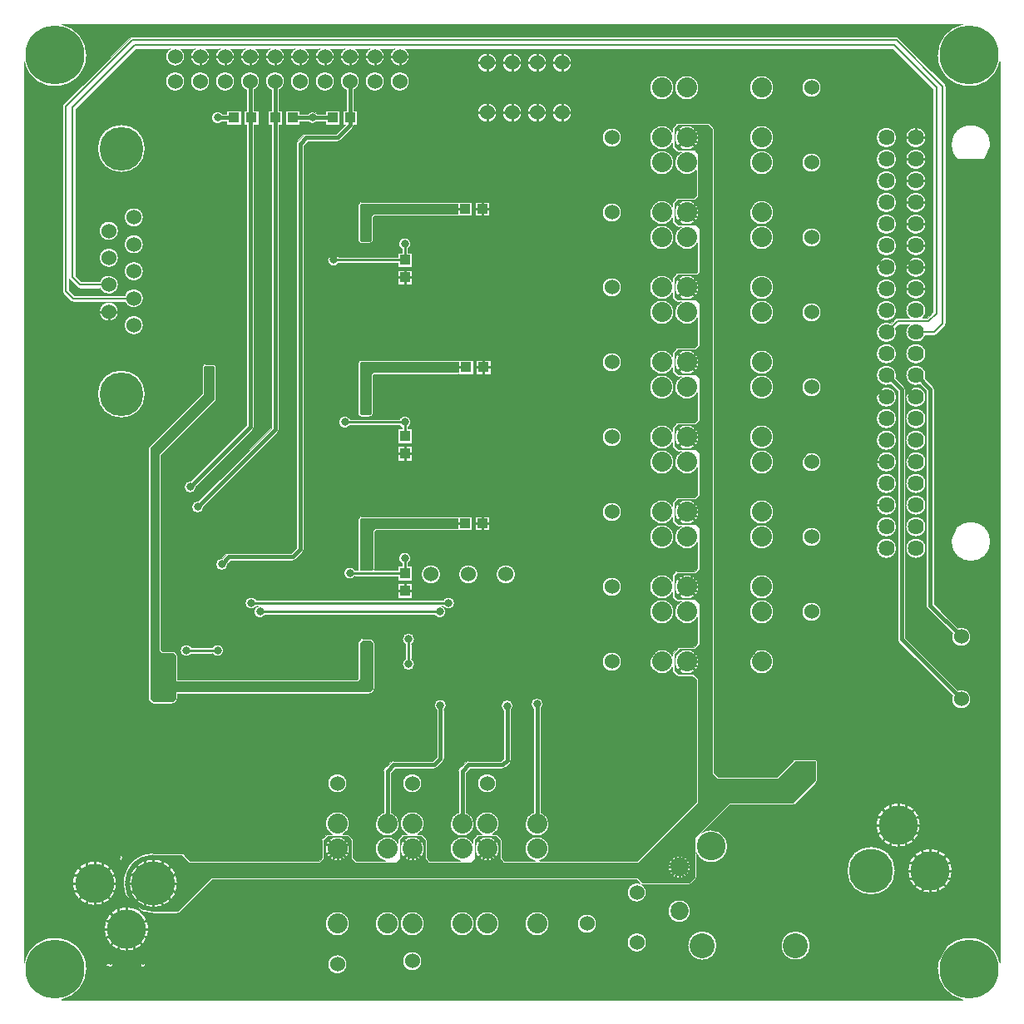
<source format=gbl>
G04 EasyPC Gerber Version 21.0.3 Build 4286 *
%FSLAX35Y35*%
%MOIN*%
%ADD18R,0.03937X0.04291*%
%ADD10C,0.00004*%
%ADD74C,0.00800*%
%ADD11C,0.01000*%
%ADD25C,0.01500*%
%ADD24C,0.03200*%
%ADD70C,0.06000*%
%ADD80C,0.06400*%
%ADD85C,0.07300*%
%ADD79C,0.08000*%
%ADD29C,0.10000*%
%ADD86C,0.11500*%
%ADD14C,0.15748*%
%ADD21C,0.17500*%
%ADD13C,0.17717*%
%ADD12C,0.23622*%
%ADD17R,0.04291X0.03937*%
X0Y0D02*
D02*
D10*
X59325Y222600D02*
Y122100D01*
X60325Y121100*
X68325*
X69325Y122100*
Y139600*
X68325Y140600*
X63825*
X62825Y141600*
Y220100*
X84825Y242100*
Y255100*
X84325Y255600*
X81325*
X80825Y255100*
Y244100*
X59325Y222600*
G36*
Y122100*
X60325Y121100*
X68325*
X69325Y122100*
Y139600*
X68325Y140600*
X63825*
X62825Y141600*
Y220100*
X84825Y242100*
Y255100*
X84325Y255600*
X81325*
X80825Y255100*
Y244100*
X59325Y222600*
G37*
X59825Y129100D02*
Y125100D01*
X147325*
X148325Y126100*
Y144600*
X147325Y145600*
X144325*
X143325Y144600*
Y130100*
X142325Y129100*
X59825*
G36*
Y125100*
X147325*
X148325Y126100*
Y144600*
X147325Y145600*
X144325*
X143325Y144600*
Y130100*
X142325Y129100*
X59825*
G37*
X60825Y36100D02*
X59825D01*
G75*
G02X55079Y37177I0J11000*
G01*
G75*
G02X49797Y21167I-5281J-7133*
G01*
G75*
G02Y38919J8876*
G01*
G75*
G02X53462Y38128J-8876*
G01*
G75*
G02X49330Y43807I6363J8972*
G01*
G75*
G02X48521Y48100I10996J4294*
G01*
Y48600*
G75*
G02X48825Y51262I11805*
G01*
Y66100*
X19825*
Y36100*
X41825Y14100*
X58825*
X60825Y16100*
Y36100*
X53923Y17100D02*
G75*
G02X58727I2402D01*
G01*
G75*
G02X53923I-2402*
G01*
X40923D02*
G75*
G02X45727I2402D01*
G01*
G75*
G02X40923I-2402*
G01*
X25423Y58600D02*
G75*
G02X30227I2402D01*
G01*
G75*
G02X25423I-2402*
G01*
X28126Y48350D02*
G75*
G02X45878I8876D01*
G01*
G75*
G02X28126I-8876*
G01*
X33923Y34600D02*
G75*
G02X38727I2402D01*
G01*
G75*
G02X33923I-2402*
G01*
X43423Y58600D02*
G75*
G02X48227I2402D01*
G01*
G75*
G02X43423I-2402*
G01*
X60823Y16098D02*
G36*
Y17100D01*
X58727*
G75*
G02X53923I-2402*
G01*
X45727*
G75*
G02X40923I-2402*
G01*
X38825*
X41823Y14102*
X58827*
X60823Y16098*
G37*
X57414Y34600D02*
G36*
G75*
G02X58673Y30043I-7617J-4557D01*
G01*
G75*
G02X49797Y21167I-8876*
G01*
G75*
G02X40921Y30043J8876*
G01*
G75*
G02X42180Y34600I8876*
G01*
X38727*
G75*
G02X33923I-2402*
G01*
X21325*
X38825Y17100*
X40923*
G75*
G02X45727I2402*
G01*
X53923*
G75*
G02X58727I2402*
G01*
X60823*
Y34600*
X57414*
G37*
X48521Y48350D02*
G36*
X45878D01*
G75*
G02X28126I-8876*
G01*
X19827*
Y36098*
X21325Y34600*
X33923*
G75*
G02X38727I2402*
G01*
X42180*
G75*
G02X49797Y38919I7617J-4557*
G01*
G75*
G02X53462Y38128I2J-8870*
G01*
G75*
G02X49330Y43807I6366J8975*
G01*
G75*
G02X48521Y48100I10991J4293*
G01*
Y48100*
Y48350*
G37*
X60823Y36100D02*
G36*
X59825D01*
G75*
G02X55079Y37177I0J10999*
G01*
G75*
G02X57414Y34600I-5281J-7133*
G01*
X60823*
Y36100*
G37*
X48825Y58600D02*
G36*
X48227D01*
G75*
G02X43423I-2402*
G01*
X30227*
G75*
G02X25423I-2402*
G01*
X19827*
Y48350*
X28126*
G75*
G02X45878I8876*
G01*
X48521*
Y48600*
G75*
G02X48825Y51262I11827J-3*
G01*
Y58600*
G37*
Y66098D02*
G36*
X19827D01*
Y58600*
X25423*
G75*
G02X30227I2402*
G01*
X43423*
G75*
G02X48227I2402*
G01*
X48825*
Y66098*
G37*
X143325Y194100D02*
Y174100D01*
X143523Y173902*
X148127*
X148325Y174100*
Y189600*
X149325Y190600*
X182376*
Y194600*
X143825*
X143325Y194100*
G36*
Y174100*
X143523Y173902*
X148127*
X148325Y174100*
Y189600*
X149325Y190600*
X182376*
Y194600*
X143825*
X143325Y194100*
G37*
Y256600D02*
Y236600D01*
X143825Y236100*
X147325*
X147825Y236600*
Y252100*
X148825Y253100*
X182876*
Y257100*
X143825*
X143325Y256600*
G36*
Y236600*
X143825Y236100*
X147325*
X147825Y236600*
Y252100*
X148825Y253100*
X182876*
Y257100*
X143825*
X143325Y256600*
G37*
Y320100D02*
Y306100D01*
X143825Y305600*
X147325*
X147825Y306100*
Y315600*
X148825Y316600*
X182376*
Y320600*
X143825*
X143325Y320100*
G36*
Y306100*
X143825Y305600*
X147325*
X147825Y306100*
Y315600*
X148825Y316600*
X182376*
Y320600*
X143825*
X143325Y320100*
G37*
X325825Y97100D02*
X317825D01*
X310825Y90100*
X286325*
X284325Y92100*
Y350600*
X282825Y352100*
X270825*
X269325Y350600*
Y343600*
X270825Y342100*
X277325*
X278825Y340600*
Y338776*
G75*
G02Y335424I-4500J-1676*
G01*
Y323600*
X277325Y322100*
X270825*
X269325Y320600*
Y313600*
X270825Y312100*
X277825*
X279325Y310600*
Y293100*
X278325Y292100*
X270825*
X269325Y290600*
Y283100*
X270325Y282100*
X277825*
X279325Y280600*
Y263600*
X277825Y262100*
X270825*
X269325Y260600*
Y253600*
X270825Y252100*
X277825*
X279325Y250600*
Y233600*
X277825Y232100*
X270825*
X269325Y230600*
Y223600*
X270825Y222100*
X277825*
X279325Y220600*
Y203600*
X277825Y202100*
X270825*
X269325Y200600*
Y193600*
X270825Y192100*
X277825*
X279325Y190600*
Y174100*
X277825Y172600*
X270325*
X269325Y171600*
Y163100*
X270325Y162100*
X277325*
X279325Y160100*
Y144100*
X277325Y142100*
X271325*
X269325Y140100*
Y133600*
X270825Y132100*
X276825*
X278825Y130100*
Y80600*
X254825Y56600*
X200825*
X199325Y58100*
Y65600*
X197825Y67100*
X190825*
X189325Y65600*
Y58100*
X187825Y56600*
X170825*
X169325Y58100*
Y65600*
X167825Y67100*
X160825*
X159325Y65600*
Y58100*
X157825Y56600*
X141325*
X139825Y58100*
Y65600*
X138325Y67100*
X130325*
X128825Y65600*
Y58100*
X127325Y56600*
X74825*
X71825Y59600*
X60325*
G75*
G03X49325Y48600J-11000*
G01*
Y48100*
G75*
G03X60325Y37100I11000*
G01*
X70325*
X83825Y50600*
X254325*
X256325Y48600*
X275325*
X277325Y50600*
Y66600*
X291325Y80600*
X316825*
X325825Y89600*
Y97100*
X269523Y347100D02*
G75*
G02X279127I4802D01*
G01*
G75*
G02X269523I-4802*
G01*
Y317100D02*
G75*
G02X279127I4802D01*
G01*
G75*
G02X269523I-4802*
G01*
Y287100D02*
G75*
G02X279127I4802D01*
G01*
G75*
G02X269523I-4802*
G01*
Y257100D02*
G75*
G02X279127I4802D01*
G01*
G75*
G02X269523I-4802*
G01*
Y227100D02*
G75*
G02X279127I4802D01*
G01*
G75*
G02X269523I-4802*
G01*
Y197100D02*
G75*
G02X279127I4802D01*
G01*
G75*
G02X269523I-4802*
G01*
Y167100D02*
G75*
G02X279127I4802D01*
G01*
G75*
G02X269523I-4802*
G01*
Y137100D02*
G75*
G02X279127I4802D01*
G01*
G75*
G02X269523I-4802*
G01*
X266871Y54846D02*
G75*
G02X275775I4452D01*
G01*
G75*
G02X266871I-4452*
G01*
X189523Y62100D02*
G75*
G02X199127I4802D01*
G01*
G75*
G02X189523I-4802*
G01*
X159523D02*
G75*
G02X169127I4802D01*
G01*
G75*
G02X159523I-4802*
G01*
X129523D02*
G75*
G02X139127I4802D01*
G01*
G75*
G02X129523I-4802*
G01*
X50964Y48350D02*
G75*
G02X70284I9660D01*
G01*
G75*
G02X50964I-9660*
G01*
X277325Y54846D02*
G36*
X275775D01*
G75*
G02X266871I-4452*
G01*
X67774*
G75*
G02X70284Y48350I-7150J-6496*
G01*
G75*
G02X50964I-9660*
G01*
G75*
G02X53474Y54846I9660*
G01*
X51270*
G75*
G03X49327Y48808I9055J-6246*
G01*
Y47893*
G75*
G03X60117Y37102I10998J208*
G01*
X70327*
X83825Y50600*
X254325*
X256325Y48600*
X275325*
X277325Y50600*
Y54846*
G37*
X260325Y62100D02*
G36*
X254825Y56600D01*
X200825*
X199325Y58100*
Y62100*
X199127*
G75*
G02X189523I-4802*
G01*
X189325*
Y58100*
X187825Y56600*
X170825*
X169325Y58100*
Y62100*
X169127*
G75*
G02X159523I-4802*
G01*
X159325*
Y58100*
X157825Y56600*
X141325*
X139825Y58100*
Y62100*
X139127*
G75*
G02X129523I-4802*
G01*
X128825*
Y58100*
X127325Y56600*
X74825*
X71825Y59600*
X60325*
G75*
G03X51270Y54846J-11000*
G01*
X53474*
G75*
G02X67774I7150J-6496*
G01*
X266871*
G75*
G02X275775I4452*
G01*
X277325*
Y62100*
X260325*
G37*
X284325Y137100D02*
G36*
X279127D01*
G75*
G02X269523I-4802*
G01*
X269325*
Y133600*
X270825Y132100*
X276825*
X278825Y130100*
Y80600*
X260325Y62100*
X277325*
Y66600*
X291325Y80600*
X316825*
X325823Y89598*
Y97100*
X317825*
X310825Y90100*
X286325*
X284325Y92100*
Y137100*
G37*
X139825Y62100D02*
G36*
Y65600D01*
X138325Y67100*
X130325*
X128825Y65600*
Y62100*
X129523*
G75*
G02X139127I4802*
G01*
X139825*
G37*
X169325D02*
G36*
Y65600D01*
X167825Y67100*
X160825*
X159325Y65600*
Y62100*
X159523*
G75*
G02X169127I4802*
G01*
X169325*
G37*
X199325D02*
G36*
Y65600D01*
X197825Y67100*
X190825*
X189325Y65600*
Y62100*
X189523*
G75*
G02X199127I4802*
G01*
X199325*
G37*
X284325Y167100D02*
G36*
X279127D01*
G75*
G02X269523I-4802*
G01*
X269325*
Y163100*
X270325Y162100*
X277325*
X279325Y160100*
Y144100*
X277325Y142100*
X271325*
X269325Y140100*
Y137100*
X269523*
G75*
G02X279127I4802*
G01*
X284325*
Y167100*
G37*
Y197100D02*
G36*
X279127D01*
G75*
G02X269523I-4802*
G01*
X269325*
Y193600*
X270825Y192100*
X277825*
X279325Y190600*
Y174100*
X277825Y172600*
X270325*
X269325Y171600*
Y167100*
X269523*
G75*
G02X279127I4802*
G01*
X284325*
Y197100*
G37*
Y227100D02*
G36*
X279127D01*
G75*
G02X269523I-4802*
G01*
X269325*
Y223600*
X270825Y222100*
X277825*
X279325Y220600*
Y203600*
X277825Y202100*
X270825*
X269325Y200600*
Y197100*
X269523*
G75*
G02X279127I4802*
G01*
X284325*
Y227100*
G37*
Y257100D02*
G36*
X279127D01*
G75*
G02X269523I-4802*
G01*
X269325*
Y253600*
X270825Y252100*
X277825*
X279325Y250600*
Y233600*
X277825Y232100*
X270825*
X269325Y230600*
Y227100*
X269523*
G75*
G02X279127I4802*
G01*
X284325*
Y257100*
G37*
Y287100D02*
G36*
X279127D01*
G75*
G02X269523I-4802*
G01*
X269325*
Y283100*
X270325Y282100*
X277825*
X279325Y280600*
Y263600*
X277825Y262100*
X270825*
X269325Y260600*
Y257100*
X269523*
G75*
G02X279127I4802*
G01*
X284325*
Y287100*
G37*
Y317100D02*
G36*
X279127D01*
G75*
G02X269523I-4802*
G01*
X269325*
Y313600*
X270825Y312100*
X277825*
X279325Y310600*
Y293100*
X278325Y292100*
X270825*
X269325Y290600*
Y287100*
X269523*
G75*
G02X279127I4802*
G01*
X284325*
Y317100*
G37*
Y347100D02*
G36*
X279127D01*
G75*
G02X269523I-4802*
G01*
X269325*
Y343600*
X270825Y342100*
X277325*
X278825Y340600*
Y338776*
G75*
G02X279127Y337100I-4500J-1676*
G01*
G75*
G02X278825Y335424I-4802*
G01*
Y323600*
X277325Y322100*
X270825*
X269325Y320600*
Y317100*
X269523*
G75*
G02X279127I4802*
G01*
X284325*
Y347100*
G37*
X282827Y352098D02*
G36*
X270823D01*
X269325Y350600*
Y347100*
X269523*
G75*
G02X279127I4802*
G01*
X284325*
Y350600*
X282827Y352098*
G37*
X359825Y55600D02*
Y42344D01*
X364508*
G75*
G02X367142I1317J-2244*
G01*
X377294*
X382294Y47344*
Y67600*
X367794Y82100*
X348325*
X345825Y79600*
Y69600*
X359825Y55600*
X350154Y71657D02*
G75*
G02X367906I8876D01*
G01*
G75*
G02X350154I-8876*
G01*
X362949Y53350D02*
G75*
G02X380701I8876D01*
G01*
G75*
G02X362949I-8876*
G01*
X382292Y47343D02*
G36*
Y53350D01*
X380701*
G75*
G02X362949I-8876*
G01*
X359825*
Y42346*
X364511*
G75*
G02X367138I1313J-2246*
G01*
X377296*
X382292Y47343*
G37*
Y67602D02*
G36*
X378237Y71657D01*
X367906*
G75*
G02X350154I-8876*
G01*
X345827*
Y69598*
X359825Y55600*
Y53350*
X362949*
G75*
G02X380701I8876*
G01*
X382292*
Y67602*
G37*
X378237Y71657D02*
G36*
X367796Y82098D01*
X348323*
X345827Y79602*
Y71657*
X350154*
G75*
G02X367906I8876*
G01*
X378237*
G37*
X399723Y377503D02*
G75*
G02X374783Y380171I-12328J2668D01*
G01*
G75*
G02X384728Y392499I12613*
G01*
X23922*
G75*
G02X33867Y380171I-2668J-12328*
G01*
G75*
G02X8926Y377503I-12613*
G01*
Y16698*
G75*
G02X33867Y14030I12328J-2668*
G01*
G75*
G02X23922Y1702I-12613*
G01*
X384728*
G75*
G02X374783Y14030I2668J12328*
G01*
G75*
G02X399723Y16698I12613*
G01*
Y377503*
X380281Y185289D02*
G75*
G02X396085I7902D01*
G01*
G75*
G02X380281I-7902*
G01*
Y344344D02*
G75*
G02X396085I7902D01*
G01*
G75*
G02X380281I-7902*
G01*
X325825Y97904D02*
G75*
G02X326629Y97100J-804D01*
G01*
Y89600*
G75*
G02X326392Y89031I-804J0*
G01*
X317394Y80033*
G75*
G02X316825Y79796I-570J567*
G01*
X291658*
X280300Y68439*
G75*
G02X290670Y63114I3818J-5324*
G01*
G75*
G02X278129Y60458I-6552*
G01*
Y50600*
G75*
G02X277892Y50031I-804J0*
G01*
X275894Y48033*
G75*
G02X275325Y47796I-570J567*
G01*
X256384*
G75*
G02X254325Y40798I-2059J-3196*
G01*
G75*
G02Y48402J3802*
G01*
G75*
G02X255609Y48179J-3802*
G01*
X253992Y49796*
X84158*
X70894Y36533*
G75*
G02X70325Y36296I-570J567*
G01*
X60325*
G75*
G02X49330Y43807I0J11804*
G01*
G75*
G03X59825Y36100I10495J3293*
G01*
X60825*
Y16100*
X58825Y14100*
X41825*
X19825Y36100*
Y66100*
X48825*
Y51262*
G75*
G02X50607Y55302I11500J-2662*
G01*
G75*
G02X50608Y55303I740J-369*
G01*
G75*
G02X60325Y60404I9717J-6704*
G01*
X71825*
G75*
G02X72394Y60168I0J-804*
G01*
X75158Y57404*
X126992*
X128021Y58433*
Y65600*
G75*
G02X128257Y66170I804J0*
G01*
X129756Y67668*
G75*
G02X130325Y67904I570J-567*
G01*
X131990*
G75*
G02X129523Y72100I2335J4196*
G01*
G75*
G02X139127I4802*
G01*
G75*
G02X136660Y67904I-4802*
G01*
X138325*
G75*
G02X138894Y67668I0J-804*
G01*
X140392Y66170*
G75*
G02X140629Y65600I-567J-570*
G01*
Y58433*
X141658Y57404*
X153322*
G75*
G02X149523Y62100I1003J4696*
G01*
G75*
G02X158521Y64435I4802*
G01*
Y65600*
G75*
G02X158757Y66170I804J0*
G01*
X160256Y67668*
G75*
G02X160825Y67904I570J-567*
G01*
X161990*
G75*
G02X159523Y72100I2335J4196*
G01*
G75*
G02X169127I4802*
G01*
G75*
G02X166660Y67904I-4802*
G01*
X167825*
G75*
G02X168394Y67668I0J-804*
G01*
X169892Y66170*
G75*
G02X170129Y65600I-567J-570*
G01*
Y58433*
X171158Y57404*
X183322*
G75*
G02X179523Y62100I1003J4696*
G01*
G75*
G02X188521Y64435I4802*
G01*
Y65600*
G75*
G02X188757Y66170I804J0*
G01*
X190256Y67668*
G75*
G02X190825Y67904I570J-567*
G01*
X191990*
G75*
G02X189523Y72100I2335J4196*
G01*
G75*
G02X199127I4802*
G01*
G75*
G02X196660Y67904I-4802*
G01*
X197825*
G75*
G02X198394Y67668I0J-804*
G01*
X199892Y66170*
G75*
G02X200129Y65600I-567J-570*
G01*
Y58433*
X201158Y57404*
X213322*
G75*
G02X209523Y62100I1003J4696*
G01*
G75*
G02X219127I4802*
G01*
G75*
G02X215328Y57404I-4802*
G01*
X254492*
X259756Y62668*
G75*
G02X259756Y62669I513J-512*
G01*
G75*
G02X259757Y62670I645J-644*
G01*
X278021Y80933*
Y129767*
X276492Y131296*
X270825*
G75*
G02X270256Y131533I0J804*
G01*
X268757Y133031*
G75*
G02X268521Y133600I567J570*
G01*
Y134765*
G75*
G02X259523Y137100I-4196J2335*
G01*
G75*
G02X268521Y139435I4802*
G01*
Y140100*
G75*
G02X268757Y140670I804J0*
G01*
X270756Y142668*
G75*
G02X271325Y142904I570J-567*
G01*
X276992*
X278521Y144433*
Y154765*
G75*
G02X269523Y157100I-4196J2335*
G01*
G75*
G02X271990Y161296I4802*
G01*
X270325*
G75*
G02X269756Y161533I0J804*
G01*
X268757Y162531*
G75*
G02X268521Y163100I567J570*
G01*
Y164765*
G75*
G02X259523Y167100I-4196J2335*
G01*
G75*
G02X268521Y169435I4802*
G01*
Y171600*
G75*
G02X268757Y172170I804J0*
G01*
X269756Y173168*
G75*
G02X270325Y173404I570J-567*
G01*
X277492*
X278521Y174433*
Y184765*
G75*
G02X269523Y187100I-4196J2335*
G01*
G75*
G02X271990Y191296I4802*
G01*
X270825*
G75*
G02X270256Y191533I0J804*
G01*
X268757Y193031*
G75*
G02X268521Y193600I567J570*
G01*
Y194765*
G75*
G02X259523Y197100I-4196J2335*
G01*
G75*
G02X268521Y199435I4802*
G01*
Y200600*
G75*
G02X268757Y201170I804J0*
G01*
X270256Y202668*
G75*
G02X270825Y202904I570J-567*
G01*
X277492*
X278521Y203933*
Y214765*
G75*
G02X269523Y217100I-4196J2335*
G01*
G75*
G02X271990Y221296I4802*
G01*
X270825*
G75*
G02X270256Y221533I0J804*
G01*
X268757Y223031*
G75*
G02X268521Y223600I567J570*
G01*
Y224765*
G75*
G02X259523Y227100I-4196J2335*
G01*
G75*
G02X268521Y229435I4802*
G01*
Y230600*
G75*
G02X268757Y231170I804J0*
G01*
X270256Y232668*
G75*
G02X270825Y232904I570J-567*
G01*
X277492*
X278521Y233933*
Y244765*
G75*
G02X269523Y247100I-4196J2335*
G01*
G75*
G02X271990Y251296I4802*
G01*
X270825*
G75*
G02X270256Y251533I0J804*
G01*
X268757Y253031*
G75*
G02X268521Y253600I567J570*
G01*
Y254765*
G75*
G02X259523Y257100I-4196J2335*
G01*
G75*
G02X268521Y259435I4802*
G01*
Y260600*
G75*
G02X268757Y261170I804J0*
G01*
X270256Y262668*
G75*
G02X270825Y262904I570J-567*
G01*
X277492*
X278521Y263933*
Y274765*
G75*
G02X269523Y277100I-4196J2335*
G01*
G75*
G02X271990Y281296I4802*
G01*
X270325*
G75*
G02X269756Y281533I0J804*
G01*
X268757Y282531*
G75*
G02X268521Y283100I567J570*
G01*
Y284765*
G75*
G02X259523Y287100I-4196J2335*
G01*
G75*
G02X268521Y289435I4802*
G01*
Y290600*
G75*
G02X268757Y291170I804J0*
G01*
X270256Y292668*
G75*
G02X270825Y292904I570J-567*
G01*
X277992*
X278521Y293433*
Y304765*
G75*
G02X269523Y307100I-4196J2335*
G01*
G75*
G02X271990Y311296I4802*
G01*
X270825*
G75*
G02X270256Y311533I0J804*
G01*
X268757Y313031*
G75*
G02X268521Y313600I567J570*
G01*
Y314765*
G75*
G02X259523Y317100I-4196J2335*
G01*
G75*
G02X268521Y319435I4802*
G01*
Y320600*
G75*
G02X268757Y321170I804J0*
G01*
X270256Y322668*
G75*
G02X270825Y322904I570J-567*
G01*
X276992*
X278021Y323933*
Y334035*
G75*
G02X269523Y337100I-3696J3066*
G01*
G75*
G02X271990Y341296I4802*
G01*
X270825*
G75*
G02X270256Y341533I0J804*
G01*
X268757Y343031*
G75*
G02X268521Y343600I567J570*
G01*
Y344765*
G75*
G02X259523Y347100I-4196J2335*
G01*
G75*
G02X268521Y349435I4802*
G01*
Y350600*
G75*
G02X268757Y351170I804J0*
G01*
X270256Y352668*
G75*
G02X270825Y352904I570J-567*
G01*
X282825*
G75*
G02X283394Y352668I0J-804*
G01*
X284892Y351170*
G75*
G02X285129Y350600I-567J-570*
G01*
Y92433*
X286658Y90904*
X310492*
X317256Y97668*
G75*
G02X317825Y97904I570J-567*
G01*
X325825*
X312174Y23350D02*
G75*
G02X323778I5802D01*
G01*
G75*
G02X312174I-5802*
G01*
X266871Y37130D02*
G75*
G02X275775I4452D01*
G01*
G75*
G02X266871I-4452*
G01*
X274773Y23350D02*
G75*
G02X286377I5802D01*
G01*
G75*
G02X274773I-5802*
G01*
X129523Y32100D02*
G75*
G02X139127I4802D01*
G01*
G75*
G02X129523I-4802*
G01*
X130523Y15850D02*
G75*
G02X138127I3802D01*
G01*
G75*
G02X130523I-3802*
G01*
X149523Y32100D02*
G75*
G02X159127I4802D01*
G01*
G75*
G02X149523I-4802*
G01*
X159523D02*
G75*
G02X169127I4802D01*
G01*
G75*
G02X159523I-4802*
G01*
X160523Y17100D02*
G75*
G02X168127I3802D01*
G01*
G75*
G02X160523I-3802*
G01*
X179523Y32100D02*
G75*
G02X189127I4802D01*
G01*
G75*
G02X179523I-4802*
G01*
X189523D02*
G75*
G02X199127I4802D01*
G01*
G75*
G02X189523I-4802*
G01*
X209523D02*
G75*
G02X219127I4802D01*
G01*
G75*
G02X209523I-4802*
G01*
X230523D02*
G75*
G02X238127I3802D01*
G01*
G75*
G02X230523I-3802*
G01*
X250523Y24600D02*
G75*
G02X258127I3802D01*
G01*
G75*
G02X250523I-3802*
G01*
X377786Y368562D02*
G75*
G02X378184Y367600I-961J-961D01*
G01*
Y272612*
G75*
G02X377781Y271646I-1359*
G01*
X374281Y268181*
G75*
G02X373323Y267788I-956J966*
G01*
X369900*
G75*
G02X362134Y269148I-3764J1359*
G01*
G75*
G02X363457Y272120I4002*
G01*
X359330*
X357970Y270798*
G75*
G02X358327Y269148I-3646J-1651*
G01*
G75*
G02X350323I-4002*
G01*
G75*
G02X356074Y272747I4002*
G01*
X357829Y274454*
G75*
G02X358778Y274839I948J-974*
G01*
X363453*
G75*
G02X362134Y277809I2683J2970*
G01*
G75*
G02X370138I4002*
G01*
G75*
G02X368819Y274839I-4002*
G01*
X370665*
X372965Y277140*
Y366537*
X356762Y382741*
X161468*
G75*
G02X159325Y375798I-2143J-3141*
G01*
G75*
G02X157182Y382741J3802*
G01*
X151468*
G75*
G02X149325Y375798I-2143J-3141*
G01*
G75*
G02X147182Y382741J3802*
G01*
X141468*
G75*
G02X139325Y375798I-2143J-3141*
G01*
G75*
G02X137182Y382741J3802*
G01*
X131468*
G75*
G02X129325Y375798I-2143J-3141*
G01*
G75*
G02X127182Y382741J3802*
G01*
X121468*
G75*
G02X119325Y375798I-2143J-3141*
G01*
G75*
G02X117182Y382741J3802*
G01*
X111468*
G75*
G02X109325Y375798I-2143J-3141*
G01*
G75*
G02X107182Y382741J3802*
G01*
X101468*
G75*
G02X99325Y375798I-2143J-3141*
G01*
G75*
G02X97182Y382741J3802*
G01*
X91468*
G75*
G02X89325Y375798I-2143J-3141*
G01*
G75*
G02X87182Y382741J3802*
G01*
X81468*
G75*
G02X79325Y375798I-2143J-3141*
G01*
G75*
G02X77182Y382741J3802*
G01*
X71468*
G75*
G02X69325Y375798I-2143J-3141*
G01*
G75*
G02X67182Y382741J3802*
G01*
X53638*
X29434Y358537*
Y291663*
X31638Y289460*
X39178*
G75*
G02X46552Y288157I3572J-1303*
G01*
G75*
G02X39222Y286741I-3802*
G01*
X31076*
G75*
G02X30113Y287139I-1J1360*
G01*
X27113Y290139*
G75*
G02X26934Y290361I962J961*
G01*
Y286007*
X28981Y283960*
X49143*
G75*
G02X56552Y282757I3607J-1203*
G01*
G75*
G02X49263Y281241I-3802*
G01*
X28419*
G75*
G02X27457Y281639I-1J1360*
G01*
X24613Y284482*
G75*
G02X24215Y285444I961J961*
G01*
Y359600*
G75*
G02X24613Y360562I1359J0*
G01*
X51113Y387062*
G75*
G02X52076Y387460I961J-962*
G01*
X358324*
G75*
G02X359286Y387062I1J-1360*
G01*
X377786Y368562*
X362134Y182533D02*
G75*
G02X370138I4002D01*
G01*
G75*
G02X362134I-4002*
G01*
Y191195D02*
G75*
G02X370138I4002D01*
G01*
G75*
G02X362134I-4002*
G01*
Y199856D02*
G75*
G02X370138I4002D01*
G01*
G75*
G02X362134I-4002*
G01*
Y208518D02*
G75*
G02X370138I4002D01*
G01*
G75*
G02X362134I-4002*
G01*
Y217179D02*
G75*
G02X370138I4002D01*
G01*
G75*
G02X362134I-4002*
G01*
Y225841D02*
G75*
G02X370138I4002D01*
G01*
G75*
G02X362134I-4002*
G01*
Y234502D02*
G75*
G02X370138I4002D01*
G01*
G75*
G02X362134I-4002*
G01*
Y243163D02*
G75*
G02X370138I4002D01*
G01*
G75*
G02X362134I-4002*
G01*
X382968Y150652D02*
G75*
G02X388127Y147100I1357J-3552D01*
G01*
G75*
G02X380523I-3802*
G01*
G75*
G02X380773Y148457I3802J0*
G01*
X370730Y158501*
G75*
G02X370273Y159600I1096J1100*
G01*
Y245769*
X367838Y248203*
G75*
G02X362134Y251825I-1702J3622*
G01*
G75*
G02X370138I4002*
G01*
G75*
G02X369917Y250514I-4002J0*
G01*
X372920Y247511*
G75*
G02X373377Y246411I-1096J-1100*
G01*
Y160243*
X382968Y150652*
X362134Y260486D02*
G75*
G02X370138I4002D01*
G01*
G75*
G02X362134I-4002*
G01*
Y286470D02*
G75*
G02X370138I4002D01*
G01*
G75*
G02X362134I-4002*
G01*
Y295132D02*
G75*
G02X370138I4002D01*
G01*
G75*
G02X362134I-4002*
G01*
Y303793D02*
G75*
G02X370138I4002D01*
G01*
G75*
G02X362134I-4002*
G01*
Y312455D02*
G75*
G02X370138I4002D01*
G01*
G75*
G02X362134I-4002*
G01*
Y321116D02*
G75*
G02X370138I4002D01*
G01*
G75*
G02X362134I-4002*
G01*
Y329778D02*
G75*
G02X370138I4002D01*
G01*
G75*
G02X362134I-4002*
G01*
Y338439D02*
G75*
G02X370138I4002D01*
G01*
G75*
G02X362134I-4002*
G01*
Y347100D02*
G75*
G02X370138I4002D01*
G01*
G75*
G02X362134I-4002*
G01*
X189376Y195372D02*
X195274D01*
Y189829*
X189376*
Y195372*
Y321372D02*
X195274D01*
Y315829*
X189376*
Y321372*
X189876Y257872D02*
X195774D01*
Y252329*
X189876*
Y257872*
X190523Y357100D02*
G75*
G02X198127I3802D01*
G01*
G75*
G02X190523I-3802*
G01*
X198023Y172100D02*
G75*
G02X205627I3802D01*
G01*
G75*
G02X198023I-3802*
G01*
X199923Y119350D02*
G75*
G02X204727I2402D01*
G01*
G75*
G02X203877Y117517I-2402*
G01*
Y97600*
G75*
G02X203420Y96501I-1552*
G01*
X201674Y94755*
G75*
G02X200575Y94298I-1100J1096*
G01*
X187468*
X185877Y92707*
Y76644*
G75*
G02X189127Y72100I-1552J-4544*
G01*
G75*
G02X179523I-4802*
G01*
G75*
G02X182773Y76644I4802*
G01*
Y93350*
G75*
G02X183230Y94450I1552*
G01*
X185725Y96946*
G75*
G02X186825Y97402I1100J-1096*
G01*
X199932*
X200773Y98243*
Y117517*
G75*
G02X199923Y119350I1552J1833*
G01*
X190523Y88350D02*
G75*
G02X198127I3802D01*
G01*
G75*
G02X190523I-3802*
G01*
Y377100D02*
G75*
G02X198127I3802D01*
G01*
G75*
G02X190523I-3802*
G01*
X200523Y357100D02*
G75*
G02X208127I3802D01*
G01*
G75*
G02X200523I-3802*
G01*
Y377100D02*
G75*
G02X208127I3802D01*
G01*
G75*
G02X200523I-3802*
G01*
X215877Y76644D02*
G75*
G02X219127Y72100I-1552J-4544D01*
G01*
G75*
G02X209523I-4802*
G01*
G75*
G02X212773Y76644I4802*
G01*
Y118267*
G75*
G02X211923Y120100I1552J1833*
G01*
G75*
G02X216727I2402*
G01*
G75*
G02X215877Y118267I-2402*
G01*
Y76644*
X210523Y357100D02*
G75*
G02X218127I3802D01*
G01*
G75*
G02X210523I-3802*
G01*
Y377100D02*
G75*
G02X218127I3802D01*
G01*
G75*
G02X210523I-3802*
G01*
X220523Y357100D02*
G75*
G02X228127I3802D01*
G01*
G75*
G02X220523I-3802*
G01*
Y377100D02*
G75*
G02X228127I3802D01*
G01*
G75*
G02X220523I-3802*
G01*
X240523Y137100D02*
G75*
G02X248127I3802D01*
G01*
G75*
G02X240523I-3802*
G01*
Y167100D02*
G75*
G02X248127I3802D01*
G01*
G75*
G02X240523I-3802*
G01*
Y197100D02*
G75*
G02X248127I3802D01*
G01*
G75*
G02X240523I-3802*
G01*
Y227100D02*
G75*
G02X248127I3802D01*
G01*
G75*
G02X240523I-3802*
G01*
Y257100D02*
G75*
G02X248127I3802D01*
G01*
G75*
G02X240523I-3802*
G01*
Y287100D02*
G75*
G02X248127I3802D01*
G01*
G75*
G02X240523I-3802*
G01*
Y317100D02*
G75*
G02X248127I3802D01*
G01*
G75*
G02X240523I-3802*
G01*
Y347100D02*
G75*
G02X248127I3802D01*
G01*
G75*
G02X240523I-3802*
G01*
X259523Y157100D02*
G75*
G02X269127I4802D01*
G01*
G75*
G02X259523I-4802*
G01*
Y187100D02*
G75*
G02X269127I4802D01*
G01*
G75*
G02X259523I-4802*
G01*
Y217100D02*
G75*
G02X269127I4802D01*
G01*
G75*
G02X259523I-4802*
G01*
Y247100D02*
G75*
G02X269127I4802D01*
G01*
G75*
G02X259523I-4802*
G01*
Y277100D02*
G75*
G02X269127I4802D01*
G01*
G75*
G02X259523I-4802*
G01*
Y307100D02*
G75*
G02X269127I4802D01*
G01*
G75*
G02X259523I-4802*
G01*
Y337100D02*
G75*
G02X269127I4802D01*
G01*
G75*
G02X259523I-4802*
G01*
Y367100D02*
G75*
G02X269127I4802D01*
G01*
G75*
G02X259523I-4802*
G01*
X269523D02*
G75*
G02X279127I4802D01*
G01*
G75*
G02X269523I-4802*
G01*
X299523Y137100D02*
G75*
G02X309127I4802D01*
G01*
G75*
G02X299523I-4802*
G01*
Y157100D02*
G75*
G02X309127I4802D01*
G01*
G75*
G02X299523I-4802*
G01*
Y167100D02*
G75*
G02X309127I4802D01*
G01*
G75*
G02X299523I-4802*
G01*
Y187100D02*
G75*
G02X309127I4802D01*
G01*
G75*
G02X299523I-4802*
G01*
Y197100D02*
G75*
G02X309127I4802D01*
G01*
G75*
G02X299523I-4802*
G01*
Y217100D02*
G75*
G02X309127I4802D01*
G01*
G75*
G02X299523I-4802*
G01*
Y227100D02*
G75*
G02X309127I4802D01*
G01*
G75*
G02X299523I-4802*
G01*
Y247100D02*
G75*
G02X309127I4802D01*
G01*
G75*
G02X299523I-4802*
G01*
Y257100D02*
G75*
G02X309127I4802D01*
G01*
G75*
G02X299523I-4802*
G01*
Y277100D02*
G75*
G02X309127I4802D01*
G01*
G75*
G02X299523I-4802*
G01*
Y287100D02*
G75*
G02X309127I4802D01*
G01*
G75*
G02X299523I-4802*
G01*
Y307100D02*
G75*
G02X309127I4802D01*
G01*
G75*
G02X299523I-4802*
G01*
Y317100D02*
G75*
G02X309127I4802D01*
G01*
G75*
G02X299523I-4802*
G01*
Y337100D02*
G75*
G02X309127I4802D01*
G01*
G75*
G02X299523I-4802*
G01*
Y347100D02*
G75*
G02X309127I4802D01*
G01*
G75*
G02X299523I-4802*
G01*
Y367100D02*
G75*
G02X309127I4802D01*
G01*
G75*
G02X299523I-4802*
G01*
X320523Y157100D02*
G75*
G02X328127I3802D01*
G01*
G75*
G02X320523I-3802*
G01*
Y187100D02*
G75*
G02X328127I3802D01*
G01*
G75*
G02X320523I-3802*
G01*
Y217100D02*
G75*
G02X328127I3802D01*
G01*
G75*
G02X320523I-3802*
G01*
Y247100D02*
G75*
G02X328127I3802D01*
G01*
G75*
G02X320523I-3802*
G01*
Y277100D02*
G75*
G02X328127I3802D01*
G01*
G75*
G02X320523I-3802*
G01*
Y307100D02*
G75*
G02X328127I3802D01*
G01*
G75*
G02X320523I-3802*
G01*
Y337100D02*
G75*
G02X328127I3802D01*
G01*
G75*
G02X320523I-3802*
G01*
Y367100D02*
G75*
G02X328127I3802D01*
G01*
G75*
G02X320523I-3802*
G01*
X338543Y53350D02*
G75*
G02X357863I9660D01*
G01*
G75*
G02X338543I-9660*
G01*
X367794Y82100D02*
X382294Y67600D01*
Y47344*
X377294Y42344*
X359825*
Y55600*
X345825Y69600*
Y79600*
X348325Y82100*
X367794*
X350323Y182533D02*
G75*
G02X358327I4002D01*
G01*
G75*
G02X350323I-4002*
G01*
Y191195D02*
G75*
G02X358327I4002D01*
G01*
G75*
G02X350323I-4002*
G01*
Y199856D02*
G75*
G02X358327I4002D01*
G01*
G75*
G02X350323I-4002*
G01*
Y208518D02*
G75*
G02X358327I4002D01*
G01*
G75*
G02X350323I-4002*
G01*
Y217179D02*
G75*
G02X358327I4002D01*
G01*
G75*
G02X350323I-4002*
G01*
Y225841D02*
G75*
G02X358327I4002D01*
G01*
G75*
G02X350323I-4002*
G01*
Y234502D02*
G75*
G02X358327I4002D01*
G01*
G75*
G02X350323I-4002*
G01*
Y243163D02*
G75*
G02X358327I4002D01*
G01*
G75*
G02X350323I-4002*
G01*
X382968Y125652D02*
G75*
G02X388127Y122100I1357J-3552D01*
G01*
G75*
G02X380523I-3802*
G01*
G75*
G02X380773Y123457I3802J0*
G01*
X359230Y145001*
G75*
G02X358773Y146100I1096J1100*
G01*
Y245457*
X356027Y248203*
G75*
G02X350323Y251825I-1702J3622*
G01*
G75*
G02X358327I4002*
G01*
G75*
G02X358106Y250514I-4002J0*
G01*
X361422Y247198*
G75*
G02X361877Y246100I-1097J-1098*
G01*
G75*
G02Y246097I-591J-2*
G01*
Y146743*
X382968Y125652*
X350323Y260486D02*
G75*
G02X358327I4002D01*
G01*
G75*
G02X350323I-4002*
G01*
Y277809D02*
G75*
G02X358327I4002D01*
G01*
G75*
G02X350323I-4002*
G01*
Y286470D02*
G75*
G02X358327I4002D01*
G01*
G75*
G02X350323I-4002*
G01*
Y295132D02*
G75*
G02X358327I4002D01*
G01*
G75*
G02X350323I-4002*
G01*
Y303793D02*
G75*
G02X358327I4002D01*
G01*
G75*
G02X350323I-4002*
G01*
Y312455D02*
G75*
G02X358327I4002D01*
G01*
G75*
G02X350323I-4002*
G01*
Y321116D02*
G75*
G02X358327I4002D01*
G01*
G75*
G02X350323I-4002*
G01*
Y329778D02*
G75*
G02X358327I4002D01*
G01*
G75*
G02X350323I-4002*
G01*
Y338439D02*
G75*
G02X358327I4002D01*
G01*
G75*
G02X350323I-4002*
G01*
Y347100D02*
G75*
G02X358327I4002D01*
G01*
G75*
G02X350323I-4002*
G01*
X155523Y369600D02*
G75*
G02X163127I3802D01*
G01*
G75*
G02X155523I-3802*
G01*
X145523D02*
G75*
G02X153127I3802D01*
G01*
G75*
G02X145523I-3802*
G01*
X135523D02*
G75*
G02X143127I3802D01*
G01*
G75*
G02X140877Y366130I-3802*
G01*
Y357872*
X142274*
Y352329*
X140877*
Y352104*
G75*
G02Y352101I-596J-1*
G01*
G75*
G02Y352100I-610J0*
G01*
G75*
G02X140422Y351003I-1552J0*
G01*
X135422Y346003*
G75*
G02X134322Y345548I-1098J1097*
G01*
X122468*
X120877Y343957*
Y182100*
G75*
G02X120420Y181001I-1552*
G01*
X117424Y178005*
G75*
G02X116325Y177548I-1100J1096*
G01*
X91468*
X90363Y176444*
G75*
G02X90388Y176100I-2376J-344*
G01*
G75*
G02X85584I-2402*
G01*
G75*
G02X88031Y178502I2402*
G01*
X89725Y180196*
G75*
G02X90825Y180652I1100J-1096*
G01*
X115682*
X117773Y182743*
Y344600*
G75*
G02X118230Y345700I1552*
G01*
X120725Y348196*
G75*
G02X121825Y348652I1100J-1096*
G01*
X133682*
X137358Y352329*
X136376*
Y357872*
X137773*
Y366130*
G75*
G02X135523Y369600I1552J3471*
G01*
X182602Y321372D02*
X188274D01*
Y315829*
X182602*
G75*
G02X182376Y315796I-226J772*
G01*
X149158*
X148629Y315267*
Y306100*
G75*
G02X148392Y305531I-804J0*
G01*
X147894Y305033*
G75*
G02X147325Y304796I-570J567*
G01*
X143825*
G75*
G02X143256Y305033I0J804*
G01*
X142757Y305531*
G75*
G02X142521Y306100I567J570*
G01*
Y320100*
G75*
G02X142757Y320670I804J0*
G01*
X143256Y321168*
G75*
G02X143825Y321404I570J-567*
G01*
X182376*
G75*
G02X182602Y321372J-804*
G01*
X162627Y301049D02*
X164096D01*
Y295152*
X158553*
Y296798*
X134843*
G75*
G02X130423Y298100I-2019J1302*
G01*
G75*
G02X134843Y299402I2402*
G01*
X158553*
Y301049*
X160023*
Y302582*
G75*
G02X158923Y304600I1302J2019*
G01*
G75*
G02X163727I2402*
G01*
G75*
G02X162627Y302582I-2402*
G01*
Y301049*
Y230549D02*
X164096D01*
Y224652*
X158553*
Y230549*
X160023*
Y231082*
G75*
G02X159306Y231798I1302J2019*
G01*
X139343*
G75*
G02X134923Y233100I-2019J1302*
G01*
G75*
G02X139343Y234402I2402*
G01*
X159306*
G75*
G02X163727Y233100I2019J-1302*
G01*
G75*
G02X162627Y231082I-2402*
G01*
Y230549*
X182602Y195372D02*
X188274D01*
Y189829*
X182602*
G75*
G02X182376Y189796I-226J772*
G01*
X149658*
X149129Y189267*
Y174100*
G75*
G02X149104Y173902I-804*
G01*
X158553*
Y175549*
X160023*
Y176582*
G75*
G02X158923Y178600I1302J2019*
G01*
G75*
G02X163727I2402*
G01*
G75*
G02X162627Y176582I-2402*
G01*
Y175549*
X164096*
Y169652*
X158553*
Y171298*
X141343*
G75*
G02X136923Y172600I-2019J1302*
G01*
G75*
G02X141343Y173902I2402*
G01*
X142546*
G75*
G02X142521Y174100I779J198*
G01*
Y194100*
G75*
G02X142757Y194670I804J0*
G01*
X143256Y195168*
G75*
G02X143825Y195404I570J-567*
G01*
X182376*
G75*
G02X182602Y195372J-804*
G01*
X183023Y172100D02*
G75*
G02X190627I3802D01*
G01*
G75*
G02X183023I-3802*
G01*
X168023D02*
G75*
G02X175627I3802D01*
G01*
G75*
G02X168023I-3802*
G01*
X158553Y168549D02*
X164096D01*
Y162652*
X158553*
Y168549*
Y223549D02*
X164096D01*
Y217652*
X158553*
Y223549*
X183102Y257872D02*
X188774D01*
Y252329*
X183102*
G75*
G02X182876Y252296I-226J772*
G01*
X149158*
X148629Y251767*
Y236600*
G75*
G02X148392Y236031I-804J0*
G01*
X147894Y235533*
G75*
G02X147325Y235296I-570J567*
G01*
X143825*
G75*
G02X143256Y235533I0J804*
G01*
X142757Y236031*
G75*
G02X142521Y236600I567J570*
G01*
Y256600*
G75*
G02X142757Y257170I804J0*
G01*
X143256Y257668*
G75*
G02X143825Y257904I570J-567*
G01*
X182876*
G75*
G02X183102Y257872J-804*
G01*
X158553Y294049D02*
X164096D01*
Y288152*
X158553*
Y294049*
X176806Y161902D02*
G75*
G02X181227Y160600I2019J-1302D01*
G01*
G75*
G02X176806Y159298I-2402*
G01*
X176293*
G75*
G02X177727Y157100I-969J-2198*
G01*
G75*
G02X173306Y155798I-2402*
G01*
X105343*
G75*
G02X100923Y157100I-2019J1302*
G01*
G75*
G02X102356Y159298I2402*
G01*
X101843*
G75*
G02X97423Y160600I-2019J1302*
G01*
G75*
G02X101843Y161902I2402*
G01*
X176806*
X173173Y119600D02*
G75*
G02X177977I2402D01*
G01*
G75*
G02X177127Y117767I-2402*
G01*
Y98350*
G75*
G02X176670Y97251I-1552*
G01*
X174174Y94755*
G75*
G02X173075Y94298I-1100J1096*
G01*
X157468*
X155877Y92707*
Y76644*
G75*
G02X159127Y72100I-1552J-4544*
G01*
G75*
G02X149523I-4802*
G01*
G75*
G02X152773Y76644I4802*
G01*
Y93350*
G75*
G02X153230Y94450I1552*
G01*
X155725Y96946*
G75*
G02X156825Y97402I1100J-1096*
G01*
X172432*
X174023Y98993*
Y117767*
G75*
G02X173173Y119600I1552J1833*
G01*
X160523Y88350D02*
G75*
G02X168127I3802D01*
G01*
G75*
G02X160523I-3802*
G01*
X160423Y146100D02*
G75*
G02X165227I2402D01*
G01*
G75*
G02X164127Y144082I-2402*
G01*
Y138119*
G75*
G02X165227Y136100I-1302J-2019*
G01*
G75*
G02X160423I-2402*
G01*
G75*
G02X161523Y138119I2402*
G01*
Y144082*
G75*
G02X160423Y146100I1302J2019*
G01*
X125523Y369600D02*
G75*
G02X133127I3802D01*
G01*
G75*
G02X125523I-3802*
G01*
X129376Y357872D02*
X135274D01*
Y352329*
X129376*
Y353548*
X126158*
G75*
G02X122492I-1833J1552*
G01*
X119274*
Y352329*
X113376*
Y357872*
X119274*
Y356652*
X122492*
G75*
G02X126158I1833J-1552*
G01*
X129376*
Y357872*
X115523Y369600D02*
G75*
G02X123127I3802D01*
G01*
G75*
G02X115523I-3802*
G01*
X105523D02*
G75*
G02X113127I3802D01*
G01*
G75*
G02X110877Y366130I-3802*
G01*
Y357872*
X112274*
Y352329*
X110877*
Y230100*
G75*
G02X110420Y229001I-1552*
G01*
X80719Y199299*
G75*
G02X80727Y199100I-2393J-199*
G01*
G75*
G02X75923I-2402*
G01*
G75*
G02X78524Y201494I2402*
G01*
X107773Y230743*
Y352329*
X106376*
Y357872*
X107773*
Y366130*
G75*
G02X105523Y369600I1552J3471*
G01*
X95523D02*
G75*
G02X103127I3802D01*
G01*
G75*
G02X100877Y366130I-3802*
G01*
Y357872*
X102774*
Y352329*
X100877*
Y231144*
G75*
G02X100420Y230044I-1552*
G01*
X77719Y207343*
G75*
G02X77727Y207144I-2393J-199*
G01*
G75*
G02X72923I-2402*
G01*
G75*
G02X75524Y209537I2402*
G01*
X97773Y231787*
Y352329*
X96876*
Y357872*
X97773*
Y366130*
G75*
G02X95523Y369600I1552J3471*
G01*
X89876Y357872D02*
X95774D01*
Y352329*
X89876*
Y353548*
X88158*
G75*
G02X83923Y355100I-1833J1552*
G01*
G75*
G02X88158Y356652I2402*
G01*
X89876*
Y357872*
X85523Y369600D02*
G75*
G02X93127I3802D01*
G01*
G75*
G02X85523I-3802*
G01*
X75523D02*
G75*
G02X83127I3802D01*
G01*
G75*
G02X75523I-3802*
G01*
X148892Y145170D02*
G75*
G02X149129Y144600I-567J-570D01*
G01*
Y126100*
G75*
G02X148892Y125531I-804J0*
G01*
X147894Y124533*
G75*
G02X147325Y124296I-570J567*
G01*
X70129*
Y122100*
G75*
G02X69892Y121531I-804J0*
G01*
X68894Y120533*
G75*
G02X68325Y120296I-570J567*
G01*
X60325*
G75*
G02X59756Y120533I0J804*
G01*
X58757Y121531*
G75*
G02X58521Y122100I567J570*
G01*
Y222600*
G75*
G02X58757Y223170I804J0*
G01*
X80021Y244433*
Y255100*
G75*
G02X80257Y255670I804J0*
G01*
X80756Y256168*
G75*
G02X81325Y256404I570J-567*
G01*
X84325*
G75*
G02X84894Y256168I0J-804*
G01*
X85392Y255670*
G75*
G02X85629Y255100I-567J-570*
G01*
Y242100*
G75*
G02X85392Y241531I-804J0*
G01*
X63629Y219767*
Y141933*
X64158Y141404*
X68325*
G75*
G02X68894Y141168I0J-804*
G01*
X69892Y140170*
G75*
G02X70129Y139600I-567J-570*
G01*
Y129904*
X141992*
X142521Y130433*
Y144600*
G75*
G02X142757Y145170I804J0*
G01*
X143756Y146168*
G75*
G02X144325Y146404I570J-567*
G01*
X147325*
G75*
G02X147894Y146168I0J-804*
G01*
X148892Y145170*
X84306Y142902D02*
G75*
G02X88727Y141600I2019J-1302D01*
G01*
G75*
G02X84306Y140298I-2402*
G01*
X75843*
G75*
G02X71423Y141600I-2019J1302*
G01*
G75*
G02X75843Y142902I2402*
G01*
X84306*
X130523Y88350D02*
G75*
G02X138127I3802D01*
G01*
G75*
G02X130523I-3802*
G01*
X65523Y369600D02*
G75*
G02X73127I3802D01*
G01*
G75*
G02X65523I-3802*
G01*
X38198Y342757D02*
G75*
G02X57302I9552D01*
G01*
G75*
G02X38198I-9552*
G01*
X48948Y293557D02*
G75*
G02X56552I3802D01*
G01*
G75*
G02X48948I-3802*
G01*
Y304357D02*
G75*
G02X56552I3802D01*
G01*
G75*
G02X48948I-3802*
G01*
Y315157D02*
G75*
G02X56552I3802D01*
G01*
G75*
G02X48948I-3802*
G01*
X38948Y298957D02*
G75*
G02X46552I3802D01*
G01*
G75*
G02X38948I-3802*
G01*
Y309757D02*
G75*
G02X46552I3802D01*
G01*
G75*
G02X38948I-3802*
G01*
X38198Y244357D02*
G75*
G02X57302I9552D01*
G01*
G75*
G02X38198I-9552*
G01*
X38948Y277357D02*
G75*
G02X46552I3802D01*
G01*
G75*
G02X38948I-3802*
G01*
X48948Y271957D02*
G75*
G02X56552I3802D01*
G01*
G75*
G02X48948I-3802*
G01*
X374915Y15850D02*
G36*
X167915D01*
G75*
G02X160734I-3591J1250*
G01*
X138127*
G75*
G02X130523I-3802*
G01*
X60575*
X58825Y14100*
X41825*
X40075Y15850*
X33735*
G75*
G02X33867Y14030I-12481J-1822*
G01*
G75*
G02X23931Y1704I-12613*
G01*
X384719*
G75*
G02X374783Y14029I2676J12325*
G01*
G75*
G02Y14030I15038J0*
G01*
G75*
G02X374915Y15850I12614J-1*
G01*
G37*
X12756Y23350D02*
G36*
X8928D01*
Y16707*
G75*
G02X12756Y23350I12326J-2677*
G01*
G37*
X32575D02*
G36*
X29752D01*
G75*
G02X33735Y15850I-8498J-9320*
G01*
X40075*
X32575Y23350*
G37*
X374915Y15850D02*
G36*
G75*
G02X378898Y23350I12481J-1820D01*
G01*
X323778*
G75*
G02X312174I-5802*
G01*
X286377*
G75*
G02X274773I-5802*
G01*
X257915*
G75*
G02X250734I-3591J1250*
G01*
X60825*
Y16100*
X60575Y15850*
X130523*
G75*
G02X138127I3802*
G01*
X160734*
G75*
G02X160523Y17100I3591J1250*
G01*
G75*
G02X168127I3802*
G01*
G75*
G02X167915Y15850I-3802*
G01*
X374915*
G37*
X399721Y16707D02*
G36*
Y23350D01*
X395893*
G75*
G02X399721Y16707I-8498J-9321*
G01*
G37*
X23825Y32100D02*
G36*
X8928D01*
Y23350*
X12756*
G75*
G02X29752I8498J-9321*
G01*
X32575*
X23825Y32100*
G37*
X395893Y23350D02*
G36*
X399721D01*
Y32100*
X238127*
G75*
G02X230523I-3802*
G01*
X219127*
G75*
G02X209523I-4802*
G01*
X199127*
G75*
G02X189523I-4802*
G01*
X189127*
G75*
G02X179523I-4802*
G01*
X169127*
G75*
G02X159523I-4802*
G01*
X159127*
G75*
G02X149523I-4802*
G01*
X139127*
G75*
G02X129523I-4802*
G01*
X60825*
Y23350*
X250734*
G75*
G02X250523Y24600I3591J1250*
G01*
G75*
G02X258127I3802*
G01*
G75*
G02X257915Y23350I-3802*
G01*
X274773*
G75*
G02X286377I5802*
G01*
X312174*
G75*
G02X323778I5802*
G01*
X378898*
G75*
G02X395893I8498J-9321*
G01*
G37*
X23825Y32100D02*
G36*
X19825Y36100D01*
Y37130*
X8928*
Y32100*
X23825*
G37*
X71491Y37130D02*
G36*
X70894Y36533D01*
G75*
G02X70325Y36296I-569J565*
G01*
X60325*
G75*
G02X55969Y37130I0J11804*
G01*
X55179*
G75*
G03X59825Y36100I4646J9971*
G01*
X60825*
Y32100*
X129523*
G75*
G02X139127I4802*
G01*
X149523*
G75*
G02X159127I4802*
G01*
X159523*
G75*
G02X169127I4802*
G01*
X179523*
G75*
G02X189127I4802*
G01*
X189523*
G75*
G02X199127I4802*
G01*
X209523*
G75*
G02X219127I4802*
G01*
X230523*
G75*
G02X238127I3802*
G01*
X399721*
Y37130*
X275775*
G75*
G02X266871I-4452*
G01*
X71491*
G37*
X19825D02*
G36*
Y53350D01*
X8928*
Y37130*
X19825*
G37*
X49519Y53350D02*
G36*
X48825D01*
Y51262*
G75*
G02X49519Y53350I11502J-2663*
G01*
G37*
X55969Y37130D02*
G36*
G75*
G02X49330Y43807I4357J10971D01*
G01*
G75*
G03X55179Y37130I10496J3294*
G01*
X55969*
G37*
X382294Y53350D02*
G36*
Y47344D01*
X377294Y42344*
X359825*
Y53350*
X357863*
G75*
G02X338543I-9660*
G01*
X278129*
Y50600*
Y50600*
G75*
G02X277892Y50031I-802*
G01*
X275894Y48033*
G75*
G02X275325Y47796I-569J565*
G01*
X256384*
G75*
G02X258127Y44600I-2059J-3196*
G01*
G75*
G02X254325Y40798I-3802*
G01*
G75*
G02X250523Y44600J3802*
G01*
G75*
G02X254325Y48402I3802*
G01*
G75*
G02X255609Y48179I0J-3800*
G01*
X253992Y49796*
X84158*
X71491Y37130*
X266871*
G75*
G02X275775I4452*
G01*
X399721*
Y53350*
X382294*
G37*
X278021Y88350D02*
G36*
X215877D01*
Y76644*
G75*
G02X219127Y72100I-1552J-4544*
G01*
G75*
G02X209523I-4802*
G01*
G75*
G02X212773Y76644I4802*
G01*
Y88350*
X198127*
G75*
G02X190523I-3802*
G01*
X185877*
Y76644*
G75*
G02X189127Y72100I-1552J-4544*
G01*
G75*
G02X179523I-4802*
G01*
G75*
G02X182773Y76644I4802*
G01*
Y88350*
X168127*
G75*
G02X160523I-3802*
G01*
X155877*
Y76644*
G75*
G02X159127Y72100I-1552J-4544*
G01*
G75*
G02X149523I-4802*
G01*
G75*
G02X152773Y76644I4802*
G01*
Y88350*
X138127*
G75*
G02X130523I-3802*
G01*
X8928*
Y53350*
X19825*
Y66100*
X48825*
Y53350*
X49519*
G75*
G02X50607Y55302I10809J-4751*
G01*
X50608Y55303*
G75*
G02X60325Y60404I9717J-6703*
G01*
X71825*
G75*
G02X72394Y60168I0J-802*
G01*
X75158Y57404*
X126992*
X128021Y58433*
Y65600*
Y65601*
G75*
G02X128257Y66170I802*
G01*
X129756Y67668*
G75*
G02X130325Y67904I569J-565*
G01*
X131990*
G75*
G02X129523Y72100I2336J4196*
G01*
G75*
G02X139127I4802*
G01*
G75*
G02X136660Y67904I-4801J-1*
G01*
X138325*
G75*
G02X138894Y67668I0J-802*
G01*
X140392Y66170*
G75*
G02X140629Y65601I-565J-569*
G01*
Y65600*
Y58433*
X141658Y57404*
X153322*
G75*
G02X149523Y62100I1004J4697*
G01*
G75*
G02X158521Y64435I4802*
G01*
Y65600*
Y65601*
G75*
G02X158757Y66170I802*
G01*
X160256Y67668*
G75*
G02X160825Y67904I569J-565*
G01*
X161990*
G75*
G02X159523Y72100I2336J4196*
G01*
G75*
G02X169127I4802*
G01*
G75*
G02X166660Y67904I-4801J-1*
G01*
X167825*
G75*
G02X168394Y67668I0J-802*
G01*
X169892Y66170*
G75*
G02X170129Y65601I-565J-569*
G01*
Y65600*
Y58433*
X171158Y57404*
X183322*
G75*
G02X179523Y62100I1004J4697*
G01*
G75*
G02X188521Y64435I4802*
G01*
Y65600*
Y65601*
G75*
G02X188757Y66170I802*
G01*
X190256Y67668*
G75*
G02X190825Y67904I569J-565*
G01*
X191990*
G75*
G02X189523Y72100I2336J4196*
G01*
G75*
G02X199127I4802*
G01*
G75*
G02X196660Y67904I-4801J-1*
G01*
X197825*
G75*
G02X198394Y67668I0J-802*
G01*
X199892Y66170*
G75*
G02X200129Y65601I-565J-569*
G01*
Y65600*
Y58433*
X201158Y57404*
X213322*
G75*
G02X209523Y62100I1004J4697*
G01*
G75*
G02X219127I4802*
G01*
G75*
G02X215328Y57404I-4803J1*
G01*
X254492*
X259756Y62668*
X259756Y62669*
X259757Y62670*
X278021Y80933*
Y88350*
G37*
X325711D02*
G36*
X317394Y80033D01*
G75*
G02X316825Y79796I-569J565*
G01*
X291658*
X280300Y68439*
G75*
G02X290670Y63114I3818J-5325*
G01*
G75*
G02X278129Y60458I-6552*
G01*
Y53350*
X338543*
G75*
G02X357863I9660*
G01*
X359825*
Y55600*
X345825Y69600*
Y79600*
X348325Y82100*
X367794*
X382294Y67600*
Y53350*
X399721*
Y88350*
X325711*
G37*
X153305Y94525D02*
G36*
X8928D01*
Y88350*
X130523*
G75*
G02X138127I3802*
G01*
X152773*
Y93350*
G75*
G02X153230Y94450I1554J-1*
G01*
X153305Y94525*
G37*
X278021Y88350D02*
G36*
Y94525D01*
X215877*
Y88350*
X278021*
G37*
X183305Y94525D02*
G36*
X173882D01*
G75*
G02X173075Y94298I-809J1328*
G01*
X157468*
X155877Y92707*
Y88350*
X160523*
G75*
G02X168127I3802*
G01*
X182773*
Y93350*
G75*
G02X183230Y94450I1554J-1*
G01*
X183305Y94525*
G37*
X212773D02*
G36*
X201382D01*
G75*
G02X200575Y94298I-809J1328*
G01*
X187468*
X185877Y92707*
Y88350*
X190523*
G75*
G02X198127I3802*
G01*
X212773*
Y94525*
G37*
X314113D02*
G36*
X285129D01*
Y92433*
X286658Y90904*
X310492*
X314113Y94525*
G37*
X326629D02*
G36*
Y89600D01*
Y89600*
G75*
G02X326392Y89031I-802*
G01*
X325711Y88350*
X399721*
Y94525*
X326629*
G37*
X259523Y137100D02*
G36*
X248127D01*
G75*
G02X240523I-3802*
G01*
X165009*
G75*
G02X165227Y136100I-2185J-1000*
G01*
G75*
G02X160423I-2402*
G01*
G75*
G02X160641Y137100I2403J0*
G01*
X149129*
Y126100*
Y126100*
G75*
G02X148892Y125531I-802*
G01*
X147894Y124533*
G75*
G02X147325Y124296I-569J565*
G01*
X70129*
Y122100*
Y122100*
G75*
G02X69892Y121531I-802*
G01*
X68894Y120533*
G75*
G02X68325Y120296I-569J565*
G01*
X60325*
G75*
G02X59756Y120533I0J802*
G01*
X58757Y121531*
G75*
G02X58521Y122100I565J569*
G01*
Y122100*
Y137100*
X8928*
Y94525*
X153305*
X155725Y96946*
G75*
G02X156825Y97402I1101J-1098*
G01*
X172432*
X174023Y98993*
Y117767*
G75*
G02X173173Y119600I1552J1833*
G01*
G75*
G02X177977I2402*
G01*
G75*
G02X177127Y117767I-2402*
G01*
Y98350*
G75*
G02X176670Y97251I-1554J1*
G01*
X174174Y94755*
G75*
G02X173882Y94525I-1100J1098*
G01*
X183305*
X185725Y96946*
G75*
G02X186825Y97402I1101J-1098*
G01*
X199932*
X200773Y98243*
Y117517*
G75*
G02X199923Y119350I1552J1833*
G01*
G75*
G02X204727I2402*
G01*
G75*
G02X203877Y117517I-2402*
G01*
Y97600*
G75*
G02X203420Y96501I-1554J1*
G01*
X201674Y94755*
G75*
G02X201382Y94525I-1100J1098*
G01*
X212773*
Y118267*
G75*
G02X211923Y120100I1552J1833*
G01*
G75*
G02X216727I2402*
G01*
G75*
G02X215877Y118267I-2402*
G01*
Y94525*
X278021*
Y129767*
X276492Y131296*
X270825*
G75*
G02X270256Y131533I0J802*
G01*
X268757Y133031*
G75*
G02X268521Y133600I565J569*
G01*
Y133600*
Y134765*
G75*
G02X259523Y137100I-4196J2335*
G01*
G37*
X142521D02*
G36*
X70129D01*
Y129904*
X141992*
X142521Y130433*
Y137100*
G37*
X371520D02*
G36*
X382968Y125652D01*
G75*
G02X388127Y122100I1357J-3552*
G01*
G75*
G02X380523I-3802*
G01*
G75*
G02Y122102I3562J1*
G01*
G75*
G02X380773Y123457I3794*
G01*
X367130Y137100*
X309127*
G75*
G02X299523I-4802*
G01*
X285129*
Y94525*
X314113*
X317256Y97668*
G75*
G02X317825Y97904I569J-565*
G01*
X325825*
G75*
G02X326629Y97100J-804*
G01*
Y94525*
X399721*
Y137100*
X371520*
G37*
X58521D02*
G36*
Y141600D01*
X8928*
Y137100*
X58521*
G37*
X142521Y141600D02*
G36*
X88727D01*
G75*
G02X84306Y140298I-2402*
G01*
X75843*
G75*
G02X71423Y141600I-2019J1302*
G01*
X63962*
X64158Y141404*
X68325*
G75*
G02X68894Y141168I0J-802*
G01*
X69892Y140170*
G75*
G02X70129Y139601I-565J-569*
G01*
Y139600*
Y137100*
X142521*
Y141600*
G37*
X259523Y137100D02*
G36*
G75*
G02X262649Y141600I4802D01*
G01*
X164127*
Y138119*
G75*
G02X165009Y137100I-1303J-2019*
G01*
X240523*
G75*
G02X248127I3802*
G01*
X259523*
G37*
X160641D02*
G36*
G75*
G02X161523Y138119I2185J-1001D01*
G01*
Y141600*
X149129*
Y137100*
X160641*
G37*
X269688Y141600D02*
G36*
X266001D01*
G75*
G02X268521Y139435I-1676J-4500*
G01*
Y140100*
Y140101*
G75*
G02X268757Y140670I802*
G01*
X269688Y141600*
G37*
X299523Y137100D02*
G36*
G75*
G02X302649Y141600I4802D01*
G01*
X285129*
Y137100*
X299523*
G37*
X367130D02*
G36*
X362630Y141600D01*
X306001*
G75*
G02X309127Y137100I-1676J-4500*
G01*
X367130*
G37*
X371520D02*
G36*
X399721D01*
Y141600*
X367020*
X371520Y137100*
G37*
X58521Y141600D02*
G36*
Y157100D01*
X8928*
Y141600*
X58521*
G37*
X269523Y157100D02*
G36*
X269127D01*
G75*
G02X259523I-4802*
G01*
X177727*
G75*
G02X173306Y155798I-2402*
G01*
X105343*
G75*
G02X100923Y157100I-2019J1302*
G01*
X63629*
Y141933*
X63962Y141600*
X71423*
G75*
G02X75843Y142902I2402*
G01*
X84306*
G75*
G02X88727Y141600I2019J-1302*
G01*
X142521*
Y144600*
Y144601*
G75*
G02X142757Y145170I802*
G01*
X143756Y146168*
G75*
G02X144325Y146404I569J-565*
G01*
X147325*
G75*
G02X147894Y146168I0J-802*
G01*
X148892Y145170*
G75*
G02X149129Y144601I-565J-569*
G01*
Y144600*
Y141600*
X161523*
Y144082*
G75*
G02X160423Y146100I1303J2019*
G01*
G75*
G02X165227I2402*
G01*
G75*
G02X164127Y144082I-2403J0*
G01*
Y141600*
X262649*
G75*
G02X266001I1676J-4500*
G01*
X269688*
X270756Y142668*
G75*
G02X271325Y142904I569J-565*
G01*
X276992*
X278521Y144433*
Y154765*
G75*
G02X269523Y157100I-4196J2335*
G01*
G37*
X362630Y141600D02*
G36*
X359230Y145001D01*
G75*
G02X358773Y146100I1098J1101*
G01*
Y157100*
X328127*
G75*
G02X320523I-3802*
G01*
X309127*
G75*
G02X299523I-4802*
G01*
X285129*
Y141600*
X302649*
G75*
G02X306001I1676J-4500*
G01*
X362630*
G37*
X367020D02*
G36*
X399721D01*
Y157100*
X376520*
X382968Y150652*
G75*
G02X388127Y147100I1357J-3552*
G01*
G75*
G02X380523I-3802*
G01*
G75*
G02Y147102I3562J1*
G01*
G75*
G02X380773Y148457I3794*
G01*
X372130Y157100*
X361877*
Y146743*
X367020Y141600*
G37*
X58521Y167100D02*
G36*
X8928D01*
Y157100*
X58521*
Y167100*
G37*
X259523D02*
G36*
X248127D01*
G75*
G02X240523I-3802*
G01*
X164096*
Y162652*
X158553*
Y167100*
X63629*
Y157100*
X100923*
G75*
G02X102356Y159298I2402*
G01*
X101843*
G75*
G02X97423Y160600I-2019J1302*
G01*
G75*
G02X101843Y161902I2402*
G01*
X176806*
G75*
G02X181227Y160600I2019J-1302*
G01*
G75*
G02X176806Y159298I-2402*
G01*
X176293*
G75*
G02X177727Y157100I-969J-2198*
G01*
X259523*
G75*
G02X269127I4802*
G01*
X269523*
G75*
G02Y157101I4511J0*
G01*
G75*
G02X271990Y161296I4801*
G01*
X270325*
G75*
G02X269756Y161533I0J802*
G01*
X268757Y162531*
G75*
G02X268521Y163100I565J569*
G01*
Y163100*
Y164765*
G75*
G02X259523Y167100I-4196J2335*
G01*
G37*
X358773D02*
G36*
X309127D01*
G75*
G02X299523I-4802*
G01*
X285129*
Y157100*
X299523*
G75*
G02X309127I4802*
G01*
X320523*
G75*
G02X328127I3802*
G01*
X358773*
Y167100*
G37*
X372130Y157100D02*
G36*
X370730Y158501D01*
G75*
G02X370273Y159600I1098J1101*
G01*
Y167100*
X361877*
Y157100*
X372130*
G37*
X376520D02*
G36*
X399721D01*
Y167100*
X373377*
Y160243*
X376520Y157100*
G37*
X58521Y172100D02*
G36*
X8928D01*
Y167100*
X58521*
Y172100*
G37*
X268695D02*
G36*
X205627D01*
G75*
G02X198023I-3802*
G01*
X190627*
G75*
G02X183023I-3802*
G01*
X175627*
G75*
G02X168023I-3802*
G01*
X164096*
Y169652*
X158553*
Y171298*
X141343*
G75*
G02X136976Y172100I-2019J1302*
G01*
X63629*
Y167100*
X158553*
Y168549*
X164096*
Y167100*
X240523*
G75*
G02X248127I3802*
G01*
X259523*
G75*
G02X268521Y169435I4802*
G01*
Y171600*
Y171601*
G75*
G02X268695Y172100I802J0*
G01*
G37*
X358773D02*
G36*
X285129D01*
Y167100*
X299523*
G75*
G02X309127I4802*
G01*
X358773*
Y172100*
G37*
X370273D02*
G36*
X361877D01*
Y167100*
X370273*
Y172100*
G37*
X373377D02*
G36*
Y167100D01*
X399721*
Y172100*
X373377*
G37*
X58521Y185289D02*
G36*
X8928D01*
Y172100*
X58521*
Y185289*
G37*
X136976Y172100D02*
G36*
G75*
G02X136923Y172600I2350J501D01*
G01*
G75*
G02X141343Y173902I2402*
G01*
X142546*
G75*
G02X142521Y174100I791J200*
G01*
Y185289*
X120877*
Y182100*
G75*
G02X120420Y181001I-1554J1*
G01*
X117424Y178005*
G75*
G02X116325Y177548I-1101J1098*
G01*
X91468*
X90363Y176444*
G75*
G02X90388Y176100I-2400J-346*
G01*
G75*
G02X85584I-2402*
G01*
G75*
G02X88031Y178502I2402*
G01*
X89725Y180196*
G75*
G02X90825Y180652I1101J-1098*
G01*
X115682*
X117773Y182743*
Y185289*
X63629*
Y172100*
X136976*
G37*
X269878Y185289D02*
G36*
X268772D01*
G75*
G02X259878I-4447J1811*
G01*
X149129*
Y174100*
G75*
G02X149104Y173902I-815J2*
G01*
X158553*
Y175549*
X160023*
Y176582*
G75*
G02X158923Y178600I1303J2019*
G01*
G75*
G02X163727I2402*
G01*
G75*
G02X162627Y176582I-2403J0*
G01*
Y175549*
X164096*
Y172100*
X168023*
G75*
G02X175627I3802*
G01*
X183023*
G75*
G02X190627I3802*
G01*
X198023*
G75*
G02X205627I3802*
G01*
X268695*
G75*
G02X268757Y172170I628J-501*
G01*
X269756Y173168*
G75*
G02X270325Y173404I569J-565*
G01*
X277492*
X278521Y174433*
Y184765*
G75*
G02X269878Y185289I-4196J2335*
G01*
G37*
X358773D02*
G36*
X357227D01*
G75*
G02X358327Y182533I-2902J-2756*
G01*
G75*
G02X350323I-4002*
G01*
G75*
G02X351423Y185289I4002*
G01*
X327668*
G75*
G02X320982I-3343J1811*
G01*
X308772*
G75*
G02X299878I-4447J1811*
G01*
X285129*
Y172100*
X358773*
Y185289*
G37*
X370273D02*
G36*
X369038D01*
G75*
G02X370138Y182533I-2902J-2756*
G01*
G75*
G02X362134I-4002*
G01*
G75*
G02X363234Y185289I4002*
G01*
X361877*
Y172100*
X370273*
Y185289*
G37*
X373377D02*
G36*
Y172100D01*
X399721*
Y185289*
X396085*
G75*
G02X380281I-7902*
G01*
X373377*
G37*
X58521Y191195D02*
G36*
X8928D01*
Y185289*
X58521*
Y191195*
G37*
X117773D02*
G36*
X63629D01*
Y185289*
X117773*
Y191195*
G37*
X259878Y185289D02*
G36*
G75*
G02X259523Y187100I4448J1811D01*
G01*
G75*
G02X261816Y191195I4802*
G01*
X195274*
Y189829*
X189376*
Y191195*
X188274*
Y189829*
X182602*
G75*
G02X182376Y189796I-228J790*
G01*
X149658*
X149129Y189267*
Y185289*
X259878*
G37*
X142521Y191195D02*
G36*
X120877D01*
Y185289*
X142521*
Y191195*
G37*
X271816D02*
G36*
X266833D01*
G75*
G02X269127Y187100I-2509J-4094*
G01*
G75*
G02X268772Y185289I-4802J0*
G01*
X269878*
G75*
G02X269523Y187100I4448J1811*
G01*
G75*
G02Y187101I4511J0*
G01*
G75*
G02X271816Y191195I4801*
G01*
G37*
X299878Y185289D02*
G36*
G75*
G02X299523Y187100I4448J1811D01*
G01*
G75*
G02X301816Y191195I4802*
G01*
X285129*
Y185289*
X299878*
G37*
X358773Y191195D02*
G36*
X358327D01*
G75*
G02X350323I-4002*
G01*
X306833*
G75*
G02X309127Y187100I-2509J-4094*
G01*
G75*
G02X308772Y185289I-4802J0*
G01*
X320982*
G75*
G02X320523Y187100I3343J1811*
G01*
G75*
G02X328127I3802*
G01*
G75*
G02X327668Y185289I-3802*
G01*
X351423*
G75*
G02X357227I2902J-2756*
G01*
X358773*
Y191195*
G37*
X370273D02*
G36*
X370138D01*
G75*
G02X362134I-4002*
G01*
X361877*
Y185289*
X363234*
G75*
G02X369038I2902J-2756*
G01*
X370273*
Y191195*
G37*
X380281Y185289D02*
G36*
G75*
G02X382933Y191195I7902D01*
G01*
X373377*
Y185289*
X380281*
G37*
X396085D02*
G36*
X399721D01*
Y191195*
X393433*
G75*
G02X396085Y185289I-5250J-5906*
G01*
G37*
X58521Y199856D02*
G36*
X8928D01*
Y191195*
X58521*
Y199856*
G37*
X117773D02*
G36*
X81276D01*
X80719Y199299*
G75*
G02X80727Y199105I-2273J-194*
G01*
G75*
G02Y199100I-2275J-2*
G01*
G75*
G02X75923I-2402*
G01*
G75*
G02X76045Y199856I2402*
G01*
X63629*
Y191195*
X117773*
Y199856*
G37*
X271816Y191195D02*
G36*
G75*
G02X271990Y191296I2509J-4098D01*
G01*
X270825*
G75*
G02X270256Y191533I0J802*
G01*
X268757Y193031*
G75*
G02X268521Y193600I565J569*
G01*
Y193600*
Y194765*
G75*
G02X259523Y197100I-4196J2335*
G01*
G75*
G02X260393Y199856I4802J0*
G01*
X246944*
G75*
G02X248127Y197100I-2619J-2756*
G01*
G75*
G02X240523I-3802*
G01*
G75*
G02X241706Y199856I3802*
G01*
X120877*
Y191195*
X142521*
Y194100*
Y194101*
G75*
G02X142757Y194670I802*
G01*
X143256Y195168*
G75*
G02X143825Y195404I569J-565*
G01*
X182376*
G75*
G02X182602Y195372I-2J-822*
G01*
X188274*
Y191195*
X189376*
Y195372*
X195274*
Y191195*
X261816*
G75*
G02X266833I2509J-4094*
G01*
X271816*
G37*
X268521Y199856D02*
G36*
X268257D01*
G75*
G02X268521Y199435I-3933J-2758*
G01*
Y199856*
G37*
X358773D02*
G36*
X358327D01*
G75*
G02X350323I-4002*
G01*
X308257*
G75*
G02X309127Y197100I-3932J-2756*
G01*
G75*
G02X299523I-4802*
G01*
G75*
G02X300393Y199856I4802J0*
G01*
X285129*
Y191195*
X301816*
G75*
G02X306833I2509J-4094*
G01*
X350323*
G75*
G02X358327I4002*
G01*
X358773*
Y199856*
G37*
X370273D02*
G36*
X370138D01*
G75*
G02X362134I-4002*
G01*
X361877*
Y191195*
X362134*
G75*
G02X370138I4002*
G01*
X370273*
Y199856*
G37*
X373377D02*
G36*
Y191195D01*
X382933*
G75*
G02X393433I5250J-5906*
G01*
X399721*
Y199856*
X373377*
G37*
X58521Y208518D02*
G36*
X8928D01*
Y199856*
X58521*
Y208518*
G37*
X85547D02*
G36*
X78894D01*
X77719Y207343*
G75*
G02X77727Y207148I-2273J-194*
G01*
G75*
G02Y207144I-2275J-2*
G01*
G75*
G02X72923I-2402*
G01*
G75*
G02X73355Y208518I2402*
G01*
X63629*
Y199856*
X76045*
G75*
G02X78524Y201494I2280J-756*
G01*
X85547Y208518*
G37*
X278521D02*
G36*
X120877D01*
Y199856*
X241706*
G75*
G02X246944I2619J-2756*
G01*
X260393*
G75*
G02X268257I3932J-2756*
G01*
X268521*
Y200600*
Y200601*
G75*
G02X268757Y201170I802*
G01*
X270256Y202668*
G75*
G02X270825Y202904I569J-565*
G01*
X277492*
X278521Y203933*
Y208518*
G37*
X117773D02*
G36*
X89937D01*
X81276Y199856*
X117773*
Y208518*
G37*
X358773D02*
G36*
X358327D01*
G75*
G02X350323I-4002*
G01*
X285129*
Y199856*
X300393*
G75*
G02X308257I3932J-2756*
G01*
X350323*
G75*
G02X358327I4002*
G01*
X358773*
Y208518*
G37*
X370273D02*
G36*
X370138D01*
G75*
G02X362134I-4002*
G01*
X361877*
Y199856*
X362134*
G75*
G02X370138I4002*
G01*
X370273*
Y208518*
G37*
X373377D02*
G36*
Y199856D01*
X399721*
Y208518*
X373377*
G37*
X58521Y217179D02*
G36*
X8928D01*
Y208518*
X58521*
Y217179*
G37*
X83165D02*
G36*
X63629D01*
Y208518*
X73355*
G75*
G02X75524Y209537I1970J-1374*
G01*
X83165Y217179*
G37*
X269524D02*
G36*
X269126D01*
G75*
G02X269127Y217100I-4804J-87*
G01*
G75*
G02X259523I-4802*
G01*
G75*
G02X259524Y217179I4805J-9*
G01*
X120877*
Y208518*
X278521*
Y214765*
G75*
G02X269523Y217100I-4196J2335*
G01*
G75*
G02Y217101I4511J0*
G01*
G75*
G02X269524Y217179I4808J-9*
G01*
G37*
X94209D02*
G36*
X87555D01*
X78894Y208518*
X85547*
X94209Y217179*
G37*
X117773D02*
G36*
X98598D01*
X89937Y208518*
X117773*
Y217179*
G37*
X358773D02*
G36*
X358327D01*
G75*
G02X350323I-4002*
G01*
X328126*
G75*
G02X328127Y217100I-3804J-78*
G01*
G75*
G02X320523I-3802*
G01*
G75*
G02X320524Y217179I3804J1*
G01*
X309126*
G75*
G02X309127Y217100I-4804J-87*
G01*
G75*
G02X299523I-4802*
G01*
G75*
G02X299524Y217179I4805J-9*
G01*
X285129*
Y208518*
X350323*
G75*
G02X358327I4002*
G01*
X358773*
Y217179*
G37*
X370273D02*
G36*
X370138D01*
G75*
G02X362134I-4002*
G01*
X361877*
Y208518*
X362134*
G75*
G02X370138I4002*
G01*
X370273*
Y217179*
G37*
X373377D02*
G36*
Y208518D01*
X399721*
Y217179*
X373377*
G37*
X58521Y220600D02*
G36*
X8928D01*
Y217179*
X58521*
Y220600*
G37*
X86587D02*
G36*
X64462D01*
X63629Y219767*
Y217179*
X83165*
X86587Y220600*
G37*
X259524Y217179D02*
G36*
G75*
G02X261037Y220600I4801J-78D01*
G01*
X164096*
Y217652*
X158553*
Y220600*
X120877*
Y217179*
X259524*
G37*
X97630Y220600D02*
G36*
X90976D01*
X87555Y217179*
X94209*
X97630Y220600*
G37*
X117773D02*
G36*
X102020D01*
X98598Y217179*
X117773*
Y220600*
G37*
X271037D02*
G36*
X267613D01*
G75*
G02X269126Y217179I-3288J-3500*
G01*
X269524*
G75*
G02X271037Y220600I4800J-78*
G01*
G37*
X299524Y217179D02*
G36*
G75*
G02X301037Y220600I4801J-78D01*
G01*
X285129*
Y217179*
X299524*
G37*
X320524D02*
G36*
G75*
G02X322840Y220600I3801J-79D01*
G01*
X307613*
G75*
G02X309126Y217179I-3288J-3500*
G01*
X320524*
G37*
X350323D02*
G36*
G75*
G02X352248Y220600I4002D01*
G01*
X325810*
G75*
G02X328126Y217179I-1485J-3500*
G01*
X350323*
G37*
X358773Y220600D02*
G36*
X356401D01*
G75*
G02X358327Y217179I-2076J-3421*
G01*
X358773*
Y220600*
G37*
X362134Y217179D02*
G36*
G75*
G02X364059Y220600I4002D01*
G01*
X361877*
Y217179*
X362134*
G37*
X370273Y220600D02*
G36*
X368212D01*
G75*
G02X370138Y217179I-2076J-3421*
G01*
X370273*
Y220600*
G37*
X373377D02*
G36*
Y217179D01*
X399721*
Y220600*
X373377*
G37*
X61428Y225841D02*
G36*
X8928D01*
Y220600*
X58521*
Y222600*
Y222601*
G75*
G02X58757Y223170I802*
G01*
X61428Y225841*
G37*
X91827D02*
G36*
X69702D01*
X64462Y220600*
X86587*
X91827Y225841*
G37*
X259691D02*
G36*
X247912D01*
G75*
G02X240738I-3587J1260*
G01*
X164096*
Y224652*
X158553*
Y225841*
X120877*
Y220600*
X158553*
Y223549*
X164096*
Y220600*
X261037*
G75*
G02X267613I3288J-3500*
G01*
X271037*
G75*
G02X271990Y221296I3287J-3498*
G01*
X270825*
G75*
G02X270256Y221533I0J802*
G01*
X268757Y223031*
G75*
G02X268521Y223600I565J569*
G01*
Y223600*
Y224765*
G75*
G02X259691Y225841I-4196J2335*
G01*
G37*
X102870D02*
G36*
X96217D01*
X90976Y220600*
X97630*
X102870Y225841*
G37*
X117773D02*
G36*
X107260D01*
X102020Y220600*
X117773*
Y225841*
G37*
X358773D02*
G36*
X358327D01*
G75*
G02X350323I-4002*
G01*
X308959*
G75*
G02X299691I-4634J1260*
G01*
X285129*
Y220600*
X301037*
G75*
G02X307613I3288J-3500*
G01*
X322840*
G75*
G02X325810I1485J-3500*
G01*
X352248*
G75*
G02X356401I2076J-3422*
G01*
X358773*
Y225841*
G37*
X370273D02*
G36*
X370138D01*
G75*
G02X362134I-4002*
G01*
X361877*
Y220600*
X364059*
G75*
G02X368212I2076J-3422*
G01*
X370273*
Y225841*
G37*
X373377D02*
G36*
Y220600D01*
X399721*
Y225841*
X373377*
G37*
X70089Y234502D02*
G36*
X8928D01*
Y225841*
X61428*
X70089Y234502*
G37*
X97773D02*
G36*
X78363D01*
X69702Y225841*
X91827*
X97773Y231787*
Y234502*
G37*
X278521D02*
G36*
X163275D01*
G75*
G02X163727Y233100I-1950J-1402*
G01*
G75*
G02X162627Y231082I-2403J0*
G01*
Y230549*
X164096*
Y225841*
X240738*
G75*
G02X240523Y227100I3587J1260*
G01*
G75*
G02X248127I3802*
G01*
G75*
G02X247912Y225841I-3802J0*
G01*
X259691*
G75*
G02X259523Y227100I4634J1259*
G01*
G75*
G02X268521Y229435I4802*
G01*
Y230600*
Y230601*
G75*
G02X268757Y231170I802*
G01*
X270256Y232668*
G75*
G02X270825Y232904I569J-565*
G01*
X277492*
X278521Y233933*
Y234502*
G37*
X107773D02*
G36*
X100877D01*
Y231144*
G75*
G02X100420Y230044I-1554J1*
G01*
X96217Y225841*
X102870*
X107773Y230743*
Y234502*
G37*
X117773D02*
G36*
X110877D01*
Y230100*
G75*
G02X110420Y229001I-1554J1*
G01*
X107260Y225841*
X117773*
Y234502*
G37*
X159374D02*
G36*
X139276D01*
G75*
G02X139343Y234402I-1951J-1399*
G01*
X159306*
G75*
G02X159374Y234502I2019J-1300*
G01*
G37*
X158553Y225841D02*
G36*
Y230549D01*
X160023*
Y231082*
G75*
G02X159306Y231798I1303J2020*
G01*
X139343*
G75*
G02X134923Y233100I-2019J1302*
G01*
G75*
G02X135374Y234502I2402J0*
G01*
X120877*
Y225841*
X158553*
G37*
X358773Y234502D02*
G36*
X358327D01*
G75*
G02X350323I-4002*
G01*
X285129*
Y225841*
X299691*
G75*
G02X299523Y227100I4634J1259*
G01*
G75*
G02X309127I4802*
G01*
G75*
G02X308959Y225841I-4802J0*
G01*
X350323*
G75*
G02X358327I4002*
G01*
X358773*
Y234502*
G37*
X370273D02*
G36*
X370138D01*
G75*
G02X362134I-4002*
G01*
X361877*
Y225841*
X362134*
G75*
G02X370138I4002*
G01*
X370273*
Y234502*
G37*
X373377D02*
G36*
Y225841D01*
X399721*
Y234502*
X373377*
G37*
X78751Y243163D02*
G36*
X57227D01*
G75*
G02X38273I-9477J1194*
G01*
X8928*
Y234502*
X70089*
X78751Y243163*
G37*
X278521D02*
G36*
X277074D01*
G75*
G02X271576I-2749J3937*
G01*
X267074*
G75*
G02X261576I-2749J3937*
G01*
X148629*
Y236600*
Y236600*
G75*
G02X148392Y236031I-802*
G01*
X147894Y235533*
G75*
G02X147325Y235296I-569J565*
G01*
X143825*
G75*
G02X143256Y235533I0J802*
G01*
X142757Y236031*
G75*
G02X142521Y236600I565J569*
G01*
Y236600*
Y243163*
X120877*
Y234502*
X135374*
G75*
G02X139276I1951J-1402*
G01*
X159374*
G75*
G02X163275I1951J-1402*
G01*
X278521*
Y243163*
G37*
X97773D02*
G36*
X85629D01*
Y242100*
Y242100*
G75*
G02X85392Y241531I-802*
G01*
X78363Y234502*
X97773*
Y243163*
G37*
X107773D02*
G36*
X100877D01*
Y234502*
X107773*
Y243163*
G37*
X117773D02*
G36*
X110877D01*
Y234502*
X117773*
Y243163*
G37*
X358773D02*
G36*
X358327D01*
G75*
G02X350323I-4002*
G01*
X307074*
G75*
G02X301576I-2749J3937*
G01*
X285129*
Y234502*
X350323*
G75*
G02X358327I4002*
G01*
X358773*
Y243163*
G37*
X370273D02*
G36*
X370138D01*
G75*
G02X362134I-4002*
G01*
X361877*
Y234502*
X362134*
G75*
G02X370138I4002*
G01*
X370273*
Y243163*
G37*
X373377D02*
G36*
Y234502D01*
X399721*
Y243163*
X373377*
G37*
X38273D02*
G36*
G75*
G02X38198Y244357I9478J1193D01*
G01*
G75*
G02X38600Y247100I9552*
G01*
X8928*
Y243163*
X38273*
G37*
X80021Y247100D02*
G36*
X56900D01*
G75*
G02X57302Y244357I-9150J-2743*
G01*
G75*
G02X57227Y243163I-9553J0*
G01*
X78751*
X80021Y244433*
Y247100*
G37*
X259523D02*
G36*
X148629D01*
Y243163*
X261576*
G75*
G02X259523Y247100I2749J3937*
G01*
G37*
X97773D02*
G36*
X85629D01*
Y243163*
X97773*
Y247100*
G37*
X107773D02*
G36*
X100877D01*
Y243163*
X107773*
Y247100*
G37*
X117773D02*
G36*
X110877D01*
Y243163*
X117773*
Y247100*
G37*
X142521D02*
G36*
X120877D01*
Y243163*
X142521*
Y247100*
G37*
X269523D02*
G36*
X269127D01*
G75*
G02X267074Y243163I-4802*
G01*
X271576*
G75*
G02X269523Y247100I2749J3937*
G01*
G37*
X278521Y243163D02*
G36*
Y244765D01*
G75*
G02X277074Y243163I-4196J2335*
G01*
X278521*
G37*
X299523Y247100D02*
G36*
X285129D01*
Y243163*
X301576*
G75*
G02X299523Y247100I2749J3937*
G01*
G37*
X350323Y243163D02*
G36*
G75*
G02X353607Y247100I4002D01*
G01*
X328127*
G75*
G02X320523I-3802*
G01*
X309127*
G75*
G02X307074Y243163I-4802*
G01*
X350323*
G37*
X358773D02*
G36*
Y245457D01*
X357130Y247100*
X355043*
G75*
G02X358327Y243163I-718J-3937*
G01*
X358773*
G37*
X362134D02*
G36*
G75*
G02X365418Y247100I4002D01*
G01*
X361511*
G75*
G02X361877Y246100I-1186J-1000*
G01*
Y246100*
Y246097*
Y243163*
X362134*
G37*
X370273D02*
G36*
Y245769D01*
X368941Y247100*
X366854*
G75*
G02X370138Y243163I-718J-3937*
G01*
X370273*
G37*
X373377D02*
G36*
X399721D01*
Y247100*
X373215*
G75*
G02X373377Y246411I-1393J-690*
G01*
Y243163*
G37*
X80021Y255100D02*
G36*
X8928D01*
Y247100*
X38600*
G75*
G02X56900I9150J-2743*
G01*
X80021*
Y255100*
G37*
X259959D02*
G36*
X247558D01*
G75*
G02X241091I-3233J2000*
G01*
X195774*
Y252329*
X189876*
Y255100*
X188774*
Y252329*
X183102*
G75*
G02X182876Y252296I-228J790*
G01*
X149158*
X148629Y251767*
Y247100*
X259523*
G75*
G02X269127I4802*
G01*
X269523*
G75*
G02Y247101I4511J0*
G01*
G75*
G02X271990Y251296I4801*
G01*
X270825*
G75*
G02X270256Y251533I0J802*
G01*
X268757Y253031*
G75*
G02X268521Y253600I565J569*
G01*
Y253600*
Y254765*
G75*
G02X259959Y255100I-4196J2335*
G01*
G37*
X97773D02*
G36*
X85629D01*
Y247100*
X97773*
Y255100*
G37*
X107773D02*
G36*
X100877D01*
Y247100*
X107773*
Y255100*
G37*
X117773D02*
G36*
X110877D01*
Y247100*
X117773*
Y255100*
G37*
X142521D02*
G36*
X120877D01*
Y247100*
X142521*
Y255100*
G37*
X357130Y247100D02*
G36*
X356027Y248203D01*
G75*
G02X350323Y251825I-1702J3622*
G01*
G75*
G02X352026Y255100I4002*
G01*
X308691*
G75*
G02X299959I-4366J2000*
G01*
X285129*
Y247100*
X299523*
G75*
G02X309127I4802*
G01*
X320523*
G75*
G02X328127I3802*
G01*
X353607*
G75*
G02X355043I718J-3937*
G01*
X357130*
G37*
X368941D02*
G36*
X367838Y248203D01*
G75*
G02X362134Y251825I-1702J3622*
G01*
G75*
G02X363837Y255100I4002*
G01*
X356624*
G75*
G02X358327Y251825I-2299J-3276*
G01*
G75*
G02Y251824I-4511J0*
G01*
G75*
G02X358106Y250514I-3993*
G01*
X361422Y247198*
G75*
G02X361511Y247100I-1096J-1098*
G01*
X365418*
G75*
G02X366854I718J-3937*
G01*
X368941*
G37*
X373215D02*
G36*
X399721D01*
Y255100*
X368435*
G75*
G02X370138Y251825I-2299J-3276*
G01*
G75*
G02Y251824I-4511J0*
G01*
G75*
G02X369917Y250514I-3993*
G01*
X372920Y247511*
G75*
G02X373215Y247100I-1098J-1101*
G01*
G37*
X97773Y260486D02*
G36*
X8928D01*
Y255100*
X80021*
Y255101*
G75*
G02X80257Y255670I802*
G01*
X80756Y256168*
G75*
G02X81325Y256404I569J-565*
G01*
X84325*
G75*
G02X84894Y256168I0J-802*
G01*
X85392Y255670*
G75*
G02X85629Y255101I-565J-569*
G01*
Y255100*
X97773*
Y260486*
G37*
X259959Y255100D02*
G36*
G75*
G02X259523Y257100I4366J2000D01*
G01*
G75*
G02X260920Y260486I4802*
G01*
X246054*
G75*
G02X248127Y257100I-1730J-3386*
G01*
G75*
G02X247558Y255100I-3802*
G01*
X259959*
G37*
X107773Y260486D02*
G36*
X100877D01*
Y255100*
X107773*
Y260486*
G37*
X117773D02*
G36*
X110877D01*
Y255100*
X117773*
Y260486*
G37*
X241091Y255100D02*
G36*
G75*
G02X240523Y257100I3233J2000D01*
G01*
G75*
G02X242595Y260486I3802*
G01*
X120877*
Y255100*
X142521*
Y256600*
Y256601*
G75*
G02X142757Y257170I802*
G01*
X143256Y257668*
G75*
G02X143825Y257904I569J-565*
G01*
X182876*
G75*
G02X183102Y257872I-2J-822*
G01*
X188774*
Y255100*
X189876*
Y257872*
X195774*
Y255100*
X241091*
G37*
X268521Y260486D02*
G36*
X267730D01*
G75*
G02X268521Y259435I-3405J-3386*
G01*
Y260486*
G37*
X299959Y255100D02*
G36*
G75*
G02X299523Y257100I4366J2000D01*
G01*
G75*
G02X300920Y260486I4802*
G01*
X285129*
Y255100*
X299959*
G37*
X368435D02*
G36*
X399721D01*
Y260486*
X370138*
G75*
G02X362134I-4002*
G01*
X358327*
G75*
G02X350323I-4002*
G01*
X307730*
G75*
G02X309127Y257100I-3405J-3386*
G01*
G75*
G02X308691Y255100I-4802J0*
G01*
X352026*
G75*
G02X356624I2299J-3276*
G01*
X363837*
G75*
G02X368435I2299J-3276*
G01*
G37*
X97773Y271957D02*
G36*
X56552D01*
G75*
G02X48948I-3802*
G01*
X8928*
Y260486*
X97773*
Y271957*
G37*
X378016D02*
G36*
G75*
G02X377781Y271646I-1191J654D01*
G01*
X374281Y268181*
G75*
G02X373323Y267788I-957J968*
G01*
X369900*
G75*
G02X362134Y269148I-3764J1359*
G01*
G75*
G02X363286Y271957I4003J0*
G01*
X359162*
X357970Y270798*
G75*
G02X358327Y269148I-3648J-1651*
G01*
G75*
G02X350323I-4002*
G01*
G75*
G02X351475Y271957I4002*
G01*
X285129*
Y260486*
X300920*
G75*
G02X307730I3405J-3386*
G01*
X350323*
G75*
G02X358327I4002*
G01*
X362134*
G75*
G02X370138I4002*
G01*
X399721*
Y271957*
X378016*
G37*
X107773D02*
G36*
X100877D01*
Y260486*
X107773*
Y271957*
G37*
X117773D02*
G36*
X110877D01*
Y260486*
X117773*
Y271957*
G37*
X278521D02*
G36*
X120877D01*
Y260486*
X242595*
G75*
G02X246054I1730J-3386*
G01*
X260920*
G75*
G02X267730I3405J-3386*
G01*
X268521*
Y260600*
Y260601*
G75*
G02X268757Y261170I802*
G01*
X270256Y262668*
G75*
G02X270825Y262904I569J-565*
G01*
X277492*
X278521Y263933*
Y271957*
G37*
X97773Y277100D02*
G36*
X46543D01*
G75*
G02X38957I-3793J257*
G01*
X8928*
Y271957*
X48948*
G75*
G02X56552I3802*
G01*
X97773*
Y277100*
G37*
X362197D02*
G36*
X358263D01*
G75*
G02X350386I-3939J709*
G01*
X328127*
G75*
G02X320523I-3802*
G01*
X309127*
G75*
G02X299523I-4802*
G01*
X285129*
Y271957*
X351475*
G75*
G02X356074Y272747I2850J-2809*
G01*
X357829Y274454*
G75*
G02X358778Y274839I948J-974*
G01*
X363453*
G75*
G02X362197Y277100I2681J2969*
G01*
G37*
X107773D02*
G36*
X100877D01*
Y271957*
X107773*
Y277100*
G37*
X117773D02*
G36*
X110877D01*
Y271957*
X117773*
Y277100*
G37*
X269523D02*
G36*
X269127D01*
G75*
G02X259523I-4802*
G01*
X120877*
Y271957*
X278521*
Y274765*
G75*
G02X269523Y277100I-4196J2335*
G01*
G37*
X363286Y271957D02*
G36*
G75*
G02X363457Y272120I2851J-2811D01*
G01*
X359330*
X359162Y271957*
X363286*
G37*
X372926Y277100D02*
G36*
X370075D01*
G75*
G02X368819Y274839I-3937J708*
G01*
X370665*
X372926Y277100*
G37*
X378184D02*
G36*
Y272612D01*
G75*
G02X378016Y271957I-1359*
G01*
X399721*
Y277100*
X378184*
G37*
X97773Y286470D02*
G36*
X53565D01*
G75*
G02X56552Y282757I-815J-3713*
G01*
Y282757*
G75*
G02X49263Y281241I-3802*
G01*
X28419*
G75*
G02X27457Y281639I-2J1358*
G01*
X24613Y284482*
G75*
G02X24215Y285444I962J961*
G01*
Y286470*
X8928*
Y277100*
X38957*
G75*
G02X38948Y277357I3794J257*
G01*
G75*
G02X46552I3802*
G01*
G75*
G02X46543Y277100I-3802*
G01*
X97773*
Y286470*
G37*
X51935D02*
G36*
X46157D01*
G75*
G02X39343I-3407J1687*
G01*
X26934*
Y286007*
X28981Y283960*
X49143*
G75*
G02X51935Y286470I3607J-1203*
G01*
G37*
X372965D02*
G36*
X370138D01*
G75*
G02X362134I-4002*
G01*
X358327*
G75*
G02X350323I-4002*
G01*
X309085*
G75*
G02X299564I-4761J630*
G01*
X285129*
Y277100*
X299523*
G75*
G02X309127I4802*
G01*
X320523*
G75*
G02X328127I3802*
G01*
X350386*
G75*
G02X350323Y277809I3939J709*
G01*
G75*
G02X358327I4002*
G01*
G75*
G02X358263Y277100I-4002J1*
G01*
X362197*
G75*
G02X362134Y277808I3937J707*
G01*
G75*
G02Y277809I4101J0*
G01*
G75*
G02X370138I4002*
G01*
G75*
G02Y277808I-4101J0*
G01*
G75*
G02X370075Y277100I-4000J-1*
G01*
X372926*
X372965Y277140*
Y286470*
G37*
X107773D02*
G36*
X100877D01*
Y277100*
X107773*
Y286470*
G37*
X117773D02*
G36*
X110877D01*
Y277100*
X117773*
Y286470*
G37*
X259564D02*
G36*
X248074D01*
G75*
G02X240575I-3750J630*
G01*
X120877*
Y277100*
X259523*
G75*
G02X269127I4802*
G01*
X269523*
G75*
G02Y277101I4511J0*
G01*
G75*
G02X271990Y281296I4801*
G01*
X270325*
G75*
G02X269756Y281533I0J802*
G01*
X268757Y282531*
G75*
G02X268521Y283100I565J569*
G01*
Y283100*
Y284765*
G75*
G02X259564Y286470I-4196J2335*
G01*
G37*
X378184D02*
G36*
Y277100D01*
X399721*
Y286470*
X378184*
G37*
X24215Y291100D02*
G36*
X8928D01*
Y286470*
X24215*
Y291100*
G37*
X40344D02*
G36*
X29997D01*
X31638Y289460*
X39178*
G75*
G02X40344Y291100I3572J-1303*
G01*
G37*
X39343Y286470D02*
G36*
G75*
G02X39222Y286741I3408J1685D01*
G01*
X31076*
G75*
G02X30113Y287139I-2J1358*
G01*
X27113Y290139*
G75*
G02X26934Y290361I991J984*
G01*
Y286470*
X39343*
G37*
X97773Y291100D02*
G36*
X55652D01*
G75*
G02X49848I-2902J2457*
G01*
X45156*
G75*
G02X46552Y288157I-2406J-2944*
G01*
G75*
G02X46157Y286470I-3802*
G01*
X51935*
G75*
G02X53565I815J-3713*
G01*
X97773*
Y291100*
G37*
X372965D02*
G36*
X306981D01*
G75*
G02X309127Y287100I-2657J-4000*
G01*
G75*
G02X309085Y286470I-4802J-1*
G01*
X350323*
G75*
G02X358327I4002*
G01*
X362134*
G75*
G02X370138I4002*
G01*
X372965*
Y291100*
G37*
X107773D02*
G36*
X100877D01*
Y286470*
X107773*
Y291100*
G37*
X117773D02*
G36*
X110877D01*
Y286470*
X117773*
Y291100*
G37*
X259564Y286470D02*
G36*
G75*
G02X259523Y287100I4761J629D01*
G01*
G75*
G02X261668Y291100I4802*
G01*
X164096*
Y288152*
X158553*
Y291100*
X120877*
Y286470*
X240575*
G75*
G02X240523Y287100I3750J629*
G01*
G75*
G02X248127I3802*
G01*
G75*
G02X248074Y286470I-3802J-1*
G01*
X259564*
G37*
X268695Y291100D02*
G36*
X266982D01*
G75*
G02X268521Y289435I-2657J-4000*
G01*
Y290600*
Y290601*
G75*
G02X268695Y291100I802J0*
G01*
G37*
X299564Y286470D02*
G36*
G75*
G02X299523Y287100I4761J629D01*
G01*
G75*
G02X301668Y291100I4802*
G01*
X285129*
Y286470*
X299564*
G37*
X378184Y291100D02*
G36*
Y286470D01*
X399721*
Y291100*
X378184*
G37*
X24215D02*
G36*
Y295132D01*
X8928*
Y291100*
X24215*
G37*
X49289Y295132D02*
G36*
X29434D01*
Y291663*
X29997Y291100*
X40344*
G75*
G02X45156I2406J-2944*
G01*
X49848*
G75*
G02X48948Y293557I2902J2457*
G01*
G75*
G02X49289Y295132I3802J0*
G01*
G37*
X372965D02*
G36*
X370138D01*
G75*
G02X362134I-4002*
G01*
X358327*
G75*
G02X350323I-4002*
G01*
X285129*
Y291100*
X301668*
G75*
G02X306981I2657J-4000*
G01*
X372965*
Y295132*
G37*
X97773D02*
G36*
X56211D01*
G75*
G02X56552Y293557I-3461J-1574*
G01*
G75*
G02X55652Y291100I-3802*
G01*
X97773*
Y295132*
G37*
X107773D02*
G36*
X100877D01*
Y291100*
X107773*
Y295132*
G37*
X117773D02*
G36*
X110877D01*
Y291100*
X117773*
Y295132*
G37*
X278521D02*
G36*
X120877D01*
Y291100*
X158553*
Y294049*
X164096*
Y291100*
X261668*
G75*
G02X266982I2657J-4000*
G01*
X268695*
G75*
G02X268757Y291170I628J-501*
G01*
X270256Y292668*
G75*
G02X270825Y292904I569J-565*
G01*
X277992*
X278521Y293433*
Y295132*
G37*
X378184D02*
G36*
Y291100D01*
X399721*
Y295132*
X378184*
G37*
X24215Y298957D02*
G36*
X8928D01*
Y295132*
X24215*
Y298957*
G37*
X97773D02*
G36*
X46552D01*
G75*
G02X38948I-3802*
G01*
X29434*
Y295132*
X49289*
G75*
G02X56211I3461J-1575*
G01*
X97773*
Y298957*
G37*
X350323Y295132D02*
G36*
G75*
G02X353148Y298957I4002D01*
G01*
X285129*
Y295132*
X350323*
G37*
X107773Y298957D02*
G36*
X100877D01*
Y295132*
X107773*
Y298957*
G37*
X117773D02*
G36*
X110877D01*
Y295132*
X117773*
Y298957*
G37*
X278521D02*
G36*
X164096D01*
Y295152*
X158553*
Y296798*
X134843*
G75*
G02X130423Y298100I-2019J1302*
G01*
G75*
G02X130581Y298957I2402J0*
G01*
X120877*
Y295132*
X278521*
Y298957*
G37*
X362134Y295132D02*
G36*
G75*
G02X364959Y298957I4002D01*
G01*
X355501*
G75*
G02X358327Y295132I-1176J-3825*
G01*
X362134*
G37*
X372965Y298957D02*
G36*
X367312D01*
G75*
G02X370138Y295132I-1176J-3825*
G01*
X372965*
Y298957*
G37*
X378184D02*
G36*
Y295132D01*
X399721*
Y298957*
X378184*
G37*
X24215Y303793D02*
G36*
X8928D01*
Y298957*
X24215*
Y303793*
G37*
X97773D02*
G36*
X56510D01*
G75*
G02X48990I-3760J564*
G01*
X29434*
Y298957*
X38948*
G75*
G02X46552I3802*
G01*
X97773*
Y303793*
G37*
X372965D02*
G36*
X370138D01*
G75*
G02X362134I-4002*
G01*
X358327*
G75*
G02X350323I-4002*
G01*
X326200*
G75*
G02X322449I-1876J3307*
G01*
X307806*
G75*
G02X300843I-3481J3307*
G01*
X285129*
Y298957*
X353148*
G75*
G02X355501I1176J-3826*
G01*
X364959*
G75*
G02X367312I1176J-3826*
G01*
X372965*
Y303793*
G37*
X107773D02*
G36*
X100877D01*
Y298957*
X107773*
Y303793*
G37*
X117773D02*
G36*
X110877D01*
Y298957*
X117773*
Y303793*
G37*
X130581Y298957D02*
G36*
G75*
G02X134843Y299402I2244J-857D01*
G01*
X158553*
Y301049*
X160023*
Y302582*
G75*
G02X159063Y303793I1303J2019*
G01*
X120877*
Y298957*
X130581*
G37*
X278521Y303793D02*
G36*
X277807D01*
G75*
G02X270843I-3482J3307*
G01*
X267806*
G75*
G02X260843I-3481J3307*
G01*
X163587*
G75*
G02X162627Y302582I-2263J807*
G01*
Y301049*
X164096*
Y298957*
X278521*
Y303793*
G37*
X378184D02*
G36*
Y298957D01*
X399721*
Y303793*
X378184*
G37*
X24215Y312455D02*
G36*
X8928D01*
Y303793*
X24215*
Y312455*
G37*
X97773D02*
G36*
X55424D01*
G75*
G02X50076I-2674J2702*
G01*
X45429*
G75*
G02X46552Y309757I-2679J-2698*
G01*
G75*
G02X38948I-3802*
G01*
G75*
G02X40071Y312455I3802*
G01*
X29434*
Y303793*
X48990*
G75*
G02X48948Y304357I3760J565*
G01*
G75*
G02X56552I3802*
G01*
G75*
G02X56510Y303793I-3802J1*
G01*
X97773*
Y312455*
G37*
X372965D02*
G36*
X370138D01*
G75*
G02X362134I-4002*
G01*
X358327*
G75*
G02X350323I-4002*
G01*
X305540*
G75*
G02X303109I-1215J4646*
G01*
X285129*
Y303793*
X300843*
G75*
G02X299523Y307100I3481J3307*
G01*
G75*
G02X309127I4802*
G01*
G75*
G02X307806Y303793I-4802J0*
G01*
X322449*
G75*
G02X320523Y307100I1876J3307*
G01*
G75*
G02X328127I3802*
G01*
G75*
G02X326200Y303793I-3802*
G01*
X350323*
G75*
G02X358327I4002*
G01*
X362134*
G75*
G02X370138I4002*
G01*
X372965*
Y312455*
G37*
X107773D02*
G36*
X100877D01*
Y303793*
X107773*
Y312455*
G37*
X117773D02*
G36*
X110877D01*
Y303793*
X117773*
Y312455*
G37*
X278521Y303793D02*
G36*
Y304765D01*
G75*
G02X277807Y303793I-4196J2335*
G01*
X278521*
G37*
X269334Y312455D02*
G36*
X265540D01*
G75*
G02X263109I-1215J4646*
G01*
X148629*
Y306100*
Y306100*
G75*
G02X148392Y305531I-802*
G01*
X147894Y305033*
G75*
G02X147325Y304796I-569J565*
G01*
X143825*
G75*
G02X143256Y305033I0J802*
G01*
X142757Y305531*
G75*
G02X142521Y306100I565J569*
G01*
Y306100*
Y312455*
X120877*
Y303793*
X159063*
G75*
G02X158923Y304600I2263J807*
G01*
G75*
G02X163727I2402*
G01*
G75*
G02X163587Y303793I-2403J0*
G01*
X260843*
G75*
G02X259523Y307100I3481J3307*
G01*
G75*
G02X269127I4802*
G01*
G75*
G02X267806Y303793I-4802J0*
G01*
X270843*
G75*
G02X269523Y307100I3482J3307*
G01*
G75*
G02Y307101I4511J0*
G01*
G75*
G02X271990Y311296I4801*
G01*
X270825*
G75*
G02X270256Y311533I0J802*
G01*
X269334Y312455*
G37*
X378184D02*
G36*
Y303793D01*
X399721*
Y312455*
X378184*
G37*
X24215Y317100D02*
G36*
X8928D01*
Y312455*
X24215*
Y317100*
G37*
X49482D02*
G36*
X29434D01*
Y312455*
X40071*
G75*
G02X45429I2679J-2698*
G01*
X50076*
G75*
G02X48948Y315157I2674J2702*
G01*
G75*
G02X49482Y317100I3802*
G01*
G37*
X372965D02*
G36*
X309127D01*
G75*
G02X305540Y312455I-4802*
G01*
X350323*
G75*
G02X358327I4002*
G01*
X362134*
G75*
G02X370138I4002*
G01*
X372965*
Y317100*
G37*
X97773D02*
G36*
X56018D01*
G75*
G02X56552Y315157I-3268J-1943*
G01*
G75*
G02X55424Y312455I-3802*
G01*
X97773*
Y317100*
G37*
X107773D02*
G36*
X100877D01*
Y312455*
X107773*
Y317100*
G37*
X117773D02*
G36*
X110877D01*
Y312455*
X117773*
Y317100*
G37*
X142521D02*
G36*
X120877D01*
Y312455*
X142521*
Y317100*
G37*
X269334Y312455D02*
G36*
X268757Y313031D01*
G75*
G02X268521Y313600I565J569*
G01*
Y313600*
Y314765*
G75*
G02X265540Y312455I-4196J2335*
G01*
X269334*
G37*
X259523Y317100D02*
G36*
X248127D01*
G75*
G02X240523I-3802*
G01*
X195274*
Y315829*
X189376*
Y317100*
X188274*
Y315829*
X182602*
G75*
G02X182376Y315796I-228J790*
G01*
X149158*
X148629Y315267*
Y312455*
X263109*
G75*
G02X259523Y317100I1215J4646*
G01*
G37*
X299523D02*
G36*
X285129D01*
Y312455*
X303109*
G75*
G02X299523Y317100I1215J4646*
G01*
G37*
X378184D02*
G36*
Y312455D01*
X399721*
Y317100*
X378184*
G37*
X24215Y321116D02*
G36*
X8928D01*
Y317100*
X24215*
Y321116*
G37*
X97773D02*
G36*
X29434D01*
Y317100*
X49482*
G75*
G02X56018I3268J-1943*
G01*
X97773*
Y321116*
G37*
X372965D02*
G36*
X370138D01*
G75*
G02X362134I-4002*
G01*
X358327*
G75*
G02X350323I-4002*
G01*
X306958*
G75*
G02X309127Y317100I-2633J-4016*
G01*
X372965*
Y321116*
G37*
X107773D02*
G36*
X100877D01*
Y317100*
X107773*
Y321116*
G37*
X117773D02*
G36*
X110877D01*
Y317100*
X117773*
Y321116*
G37*
X143204D02*
G36*
X120877D01*
Y317100*
X142521*
Y320100*
Y320101*
G75*
G02X142757Y320670I802*
G01*
X143204Y321116*
G37*
X189376D02*
G36*
X188274D01*
Y317100*
X189376*
Y321116*
G37*
X259523Y317100D02*
G36*
G75*
G02X261692Y321116I4802D01*
G01*
X195274*
Y317100*
X240523*
G75*
G02X248127I3802*
G01*
X259523*
G37*
X268708Y321116D02*
G36*
X266958D01*
G75*
G02X268521Y319435I-2633J-4016*
G01*
Y320600*
Y320601*
G75*
G02X268708Y321116I802*
G01*
G37*
X299523Y317100D02*
G36*
G75*
G02X301692Y321116I4802D01*
G01*
X285129*
Y317100*
X299523*
G37*
X378184Y321116D02*
G36*
Y317100D01*
X399721*
Y321116*
X378184*
G37*
X24215Y329778D02*
G36*
X8928D01*
Y321116*
X24215*
Y329778*
G37*
X97773D02*
G36*
X29434D01*
Y321116*
X97773*
Y329778*
G37*
X372965D02*
G36*
X370138D01*
G75*
G02X362134I-4002*
G01*
X358327*
G75*
G02X350323I-4002*
G01*
X285129*
Y321116*
X301692*
G75*
G02X306958I2633J-4016*
G01*
X350323*
G75*
G02X358327I4002*
G01*
X362134*
G75*
G02X370138I4002*
G01*
X372965*
Y329778*
G37*
X107773D02*
G36*
X100877D01*
Y321116*
X107773*
Y329778*
G37*
X117773D02*
G36*
X110877D01*
Y321116*
X117773*
Y329778*
G37*
X278021D02*
G36*
X120877D01*
Y321116*
X143204*
X143256Y321168*
G75*
G02X143825Y321404I569J-565*
G01*
X182376*
G75*
G02X182602Y321372I-2J-822*
G01*
X188274*
Y321116*
X189376*
Y321372*
X195274*
Y321116*
X261692*
G75*
G02X266958I2633J-4016*
G01*
X268708*
G75*
G02X268757Y321170I615J-516*
G01*
X270256Y322668*
G75*
G02X270825Y322904I569J-565*
G01*
X276992*
X278021Y323933*
Y329778*
G37*
X378184D02*
G36*
Y321116D01*
X399721*
Y329778*
X378184*
G37*
X24215Y338439D02*
G36*
X8928D01*
Y329778*
X24215*
Y338439*
G37*
X97773D02*
G36*
X56270D01*
G75*
G02X39230I-8520J4318*
G01*
X29434*
Y329778*
X97773*
Y338439*
G37*
X372965D02*
G36*
X370138D01*
G75*
G02X362134I-4002*
G01*
X358327*
G75*
G02X350323I-4002*
G01*
X327883*
G75*
G02X328127Y337100I-3559J-1338*
G01*
G75*
G02X320523I-3802*
G01*
G75*
G02X320766Y338439I3802J0*
G01*
X308937*
G75*
G02X309127Y337100I-4612J-1338*
G01*
G75*
G02X299523I-4802*
G01*
G75*
G02X299713Y338439I4802J1*
G01*
X285129*
Y329778*
X350323*
G75*
G02X358327I4002*
G01*
X362134*
G75*
G02X370138I4002*
G01*
X372965*
Y338439*
G37*
X107773D02*
G36*
X100877D01*
Y329778*
X107773*
Y338439*
G37*
X117773D02*
G36*
X110877D01*
Y329778*
X117773*
Y338439*
G37*
X269713D02*
G36*
X268937D01*
G75*
G02X269127Y337100I-4612J-1338*
G01*
G75*
G02X259523I-4802*
G01*
G75*
G02X259713Y338439I4802J1*
G01*
X120877*
Y329778*
X278021*
Y334035*
G75*
G02X269523Y337100I-3696J3066*
G01*
G75*
G02Y337101I4511J0*
G01*
G75*
G02X269713Y338439I4801*
G01*
G37*
X393433D02*
G36*
G75*
G02X382933I-5250J5906D01*
G01*
X378184*
Y329778*
X399721*
Y338439*
X393433*
G37*
X24215Y344344D02*
G36*
X8928D01*
Y338439*
X24215*
Y344344*
G37*
X38331D02*
G36*
X29434D01*
Y338439*
X39230*
G75*
G02X38198Y342757I8520J4319*
G01*
G75*
G02X38331Y344344I9552J1*
G01*
G37*
X372965D02*
G36*
X369038D01*
G75*
G02X363234I-2902J2756*
G01*
X357227*
G75*
G02X351423I-2902J2756*
G01*
X308257*
G75*
G02X300393I-3932J2756*
G01*
X285129*
Y338439*
X299713*
G75*
G02X308937I4612J-1339*
G01*
X320766*
G75*
G02X327883I3559J-1339*
G01*
X350323*
G75*
G02X358327I4002*
G01*
X362134*
G75*
G02X370138I4002*
G01*
X372965*
Y344344*
G37*
X97773D02*
G36*
X57169D01*
G75*
G02X57302Y342757I-9419J-1587*
G01*
G75*
G02X56270Y338439I-9552J0*
G01*
X97773*
Y344344*
G37*
X107773D02*
G36*
X100877D01*
Y338439*
X107773*
Y344344*
G37*
X117773D02*
G36*
X110877D01*
Y338439*
X117773*
Y344344*
G37*
X268521D02*
G36*
X268257D01*
G75*
G02X260393I-3932J2756*
G01*
X246944*
G75*
G02X241706I-2619J2756*
G01*
X121264*
X120877Y343957*
Y338439*
X259713*
G75*
G02X268937I4612J-1339*
G01*
X269713*
G75*
G02X271990Y341296I4611J-1338*
G01*
X270825*
G75*
G02X270256Y341533I0J802*
G01*
X268757Y343031*
G75*
G02X268521Y343600I565J569*
G01*
Y343600*
Y344344*
G37*
X380281D02*
G36*
X378184D01*
Y338439*
X382933*
G75*
G02X380281Y344344I5250J5906*
G01*
G37*
X396085D02*
G36*
G75*
G02X393433Y338439I-7902D01*
G01*
X399721*
Y344344*
X396085*
G37*
X24215Y357100D02*
G36*
X8928D01*
Y344344*
X24215*
Y357100*
G37*
X96876D02*
G36*
X95774D01*
Y352329*
X89876*
Y353548*
X88158*
G75*
G02X83923Y355100I-1833J1552*
G01*
G75*
G02X84995Y357100I2402*
G01*
X29434*
Y344344*
X38331*
G75*
G02X57169I9419J-1587*
G01*
X97773*
Y352329*
X96876*
Y357100*
G37*
X89876D02*
G36*
X87655D01*
G75*
G02X88158Y356652I-1330J-2000*
G01*
X89876*
Y357100*
G37*
X372965D02*
G36*
X228127D01*
G75*
G02X220523I-3802*
G01*
X218127*
G75*
G02X210523I-3802*
G01*
X208127*
G75*
G02X200523I-3802*
G01*
X198127*
G75*
G02X190523I-3802*
G01*
X142274*
Y352329*
X140877*
Y352104*
Y352101*
Y352100*
G75*
G02X140422Y351003I-1551*
G01*
X135422Y346003*
G75*
G02X134322Y345548I-1098J1098*
G01*
X122468*
X121264Y344344*
X241706*
G75*
G02X240523Y347100I2619J2756*
G01*
G75*
G02X248127I3802*
G01*
G75*
G02X246944Y344344I-3802*
G01*
X260393*
G75*
G02X259523Y347100I3933J2756*
G01*
G75*
G02X268521Y349435I4802*
G01*
Y350600*
Y350601*
G75*
G02X268757Y351170I802*
G01*
X270256Y352668*
G75*
G02X270825Y352904I569J-565*
G01*
X282825*
G75*
G02X283394Y352668I0J-802*
G01*
X284892Y351170*
G75*
G02X285129Y350601I-565J-569*
G01*
Y350600*
Y344344*
X300393*
G75*
G02X299523Y347100I3932J2756*
G01*
G75*
G02X309127I4802*
G01*
G75*
G02X308257Y344344I-4802J0*
G01*
X351423*
G75*
G02X350323Y347100I2902J2756*
G01*
G75*
G02X358327I4002*
G01*
G75*
G02X357227Y344344I-4002*
G01*
X363234*
G75*
G02X362134Y347100I2902J2756*
G01*
G75*
G02X370138I4002*
G01*
G75*
G02X369038Y344344I-4002*
G01*
X372965*
Y357100*
G37*
X106376D02*
G36*
X102774D01*
Y352329*
X100877*
Y344344*
X107773*
Y352329*
X106376*
Y357100*
G37*
X122995D02*
G36*
X119274D01*
Y356652*
X122492*
G75*
G02X122995Y357100I1833J-1552*
G01*
G37*
X129376D02*
G36*
X125655D01*
G75*
G02X126158Y356652I-1330J-2000*
G01*
X129376*
Y357100*
G37*
X136376D02*
G36*
X135274D01*
Y352329*
X129376*
Y353548*
X126158*
G75*
G02X122492I-1833J1552*
G01*
X119274*
Y352329*
X113376*
Y357100*
X112274*
Y352329*
X110877*
Y344344*
X117773*
Y344600*
G75*
G02X118230Y345700I1554J-1*
G01*
X120725Y348196*
G75*
G02X121825Y348652I1101J-1098*
G01*
X133682*
X137358Y352329*
X136376*
Y357100*
G37*
X268521Y344344D02*
G36*
Y344765D01*
G75*
G02X268257Y344344I-4197J2337*
G01*
X268521*
G37*
X378184Y357100D02*
G36*
Y344344D01*
X380281*
G75*
G02X396085I7902*
G01*
X399721*
Y357100*
X378184*
G37*
X31152Y367100D02*
G36*
X8928D01*
Y357100*
X24215*
Y359600*
G75*
G02X24613Y360562I1360*
G01*
X31152Y367100*
G37*
X96876Y357100D02*
G36*
Y357872D01*
X97773*
Y366130*
G75*
G02X96461Y367100I1553J3471*
G01*
X92189*
G75*
G02X86460I-2865J2500*
G01*
X82189*
G75*
G02X76460I-2865J2500*
G01*
X72189*
G75*
G02X66460I-2865J2500*
G01*
X37997*
X29434Y358537*
Y357100*
X84995*
G75*
G02X87655I1330J-2000*
G01*
X89876*
Y357872*
X95774*
Y357100*
X96876*
G37*
X372402Y367100D02*
G36*
X328127D01*
G75*
G02X320523I-3802*
G01*
X309127*
G75*
G02X299523I-4802*
G01*
X279127*
G75*
G02X269523I-4802*
G01*
X269127*
G75*
G02X259523I-4802*
G01*
X162189*
G75*
G02X156460I-2865J2500*
G01*
X152189*
G75*
G02X146460I-2865J2500*
G01*
X142189*
G75*
G02X140877Y366130I-2865J2500*
G01*
Y357872*
X142274*
Y357100*
X190523*
G75*
G02X198127I3802*
G01*
X200523*
G75*
G02X208127I3802*
G01*
X210523*
G75*
G02X218127I3802*
G01*
X220523*
G75*
G02X228127I3802*
G01*
X372965*
Y366537*
X372402Y367100*
G37*
X106376Y357100D02*
G36*
Y357872D01*
X107773*
Y366130*
G75*
G02X106461Y367100I1553J3471*
G01*
X102189*
G75*
G02X100877Y366130I-2865J2500*
G01*
Y357872*
X102774*
Y357100*
X106376*
G37*
X136376D02*
G36*
Y357872D01*
X137773*
Y366130*
G75*
G02X136461Y367100I1553J3471*
G01*
X132189*
G75*
G02X126460I-2865J2500*
G01*
X122189*
G75*
G02X116460I-2865J2500*
G01*
X112189*
G75*
G02X110877Y366130I-2865J2500*
G01*
Y357872*
X112274*
Y357100*
X113376*
Y357872*
X119274*
Y357100*
X122995*
G75*
G02X125655I1330J-1999*
G01*
X129376*
Y357872*
X135274*
Y357100*
X136376*
G37*
X378184Y367100D02*
G36*
Y357100D01*
X399721*
Y367100*
X378184*
G37*
X41152Y377100D02*
G36*
X33487D01*
G75*
G02X9020I-12233J3071*
G01*
X8928*
Y367100*
X31152*
X41152Y377100*
G37*
X372402Y367100D02*
G36*
X362402Y377100D01*
X228127*
G75*
G02X220523I-3802*
G01*
X218127*
G75*
G02X210523I-3802*
G01*
X208127*
G75*
G02X200523I-3802*
G01*
X198127*
G75*
G02X190523I-3802*
G01*
X162189*
G75*
G02X159325Y375798I-2865J2500*
G01*
G75*
G02X156461Y377100I0J3802*
G01*
X152189*
G75*
G02X149325Y375798I-2865J2500*
G01*
G75*
G02X146461Y377100I0J3802*
G01*
X142189*
G75*
G02X139325Y375798I-2865J2500*
G01*
G75*
G02X136461Y377100I0J3802*
G01*
X132189*
G75*
G02X129325Y375798I-2865J2500*
G01*
G75*
G02X126461Y377100I0J3802*
G01*
X122189*
G75*
G02X119325Y375798I-2865J2500*
G01*
G75*
G02X116461Y377100I0J3802*
G01*
X112189*
G75*
G02X109325Y375798I-2865J2500*
G01*
G75*
G02X106461Y377100I0J3802*
G01*
X102189*
G75*
G02X99325Y375798I-2865J2500*
G01*
G75*
G02X96461Y377100I0J3802*
G01*
X92189*
G75*
G02X89325Y375798I-2865J2500*
G01*
G75*
G02X86461Y377100I0J3802*
G01*
X82189*
G75*
G02X79325Y375798I-2865J2500*
G01*
G75*
G02X76461Y377100I0J3802*
G01*
X72189*
G75*
G02X69325Y375798I-2865J2500*
G01*
G75*
G02X66461Y377100I0J3802*
G01*
X47997*
X37997Y367100*
X66460*
G75*
G02X65523Y369600I2865J2500*
G01*
G75*
G02X73127I3802*
G01*
G75*
G02X72189Y367100I-3802*
G01*
X76460*
G75*
G02X75523Y369600I2865J2500*
G01*
G75*
G02X83127I3802*
G01*
G75*
G02X82189Y367100I-3802*
G01*
X86460*
G75*
G02X85523Y369600I2865J2500*
G01*
G75*
G02X93127I3802*
G01*
G75*
G02X92189Y367100I-3802*
G01*
X96461*
G75*
G02X95523Y369600I2865J2501*
G01*
G75*
G02X103127I3802*
G01*
G75*
G02X102189Y367100I-3803J1*
G01*
X106461*
G75*
G02X105523Y369600I2865J2501*
G01*
G75*
G02X113127I3802*
G01*
G75*
G02X112189Y367100I-3803J1*
G01*
X116460*
G75*
G02X115523Y369600I2865J2500*
G01*
G75*
G02X123127I3802*
G01*
G75*
G02X122189Y367100I-3802*
G01*
X126460*
G75*
G02X125523Y369600I2865J2500*
G01*
G75*
G02X133127I3802*
G01*
G75*
G02X132189Y367100I-3802*
G01*
X136461*
G75*
G02X135523Y369600I2865J2501*
G01*
G75*
G02X143127I3802*
G01*
G75*
G02X142189Y367100I-3803J1*
G01*
X146460*
G75*
G02X145523Y369600I2865J2500*
G01*
G75*
G02X153127I3802*
G01*
G75*
G02X152189Y367100I-3802*
G01*
X156460*
G75*
G02X155523Y369600I2865J2500*
G01*
G75*
G02X163127I3802*
G01*
G75*
G02X162189Y367100I-3802*
G01*
X259523*
G75*
G02X269127I4802*
G01*
X269523*
G75*
G02X279127I4802*
G01*
X299523*
G75*
G02X309127I4802*
G01*
X320523*
G75*
G02X328127I3802*
G01*
X372402*
G37*
X378184D02*
G36*
X399721D01*
Y377100*
X399629*
G75*
G02X375162I-12233J3071*
G01*
X369248*
X377786Y368562*
G75*
G02X378184Y367600I-962J-961*
G01*
Y367100*
G37*
X9020Y377100D02*
G36*
G75*
G02X8928Y377494I12239J3072D01*
G01*
Y377100*
X9020*
G37*
X66461D02*
G36*
G75*
G02X65523Y379600I2864J2500D01*
G01*
G75*
G02X67182Y382741I3802*
G01*
X53638*
X47997Y377100*
X66461*
G37*
X76461D02*
G36*
G75*
G02X75523Y379600I2864J2500D01*
G01*
G75*
G02X77182Y382741I3802*
G01*
X71468*
G75*
G02X73127Y379600I-2143J-3141*
G01*
G75*
G02X72189Y377100I-3802J0*
G01*
X76461*
G37*
X86461D02*
G36*
G75*
G02X85523Y379600I2864J2500D01*
G01*
G75*
G02X87182Y382741I3802*
G01*
X81468*
G75*
G02X83127Y379600I-2143J-3141*
G01*
G75*
G02X82189Y377100I-3802J0*
G01*
X86461*
G37*
X96461D02*
G36*
G75*
G02X95523Y379600I2864J2500D01*
G01*
G75*
G02X97182Y382741I3802*
G01*
X91468*
G75*
G02X93127Y379600I-2143J-3141*
G01*
G75*
G02X92189Y377100I-3802J0*
G01*
X96461*
G37*
X106461D02*
G36*
G75*
G02X105523Y379600I2864J2500D01*
G01*
G75*
G02X107182Y382741I3802*
G01*
X101468*
G75*
G02X103127Y379600I-2143J-3141*
G01*
G75*
G02X102189Y377100I-3802J0*
G01*
X106461*
G37*
X116461D02*
G36*
G75*
G02X115523Y379600I2864J2500D01*
G01*
G75*
G02X117182Y382741I3802*
G01*
X111468*
G75*
G02X113127Y379600I-2143J-3141*
G01*
G75*
G02X112189Y377100I-3802J0*
G01*
X116461*
G37*
X126461D02*
G36*
G75*
G02X125523Y379600I2864J2500D01*
G01*
G75*
G02X127182Y382741I3802*
G01*
X121468*
G75*
G02X123127Y379600I-2143J-3141*
G01*
G75*
G02X122189Y377100I-3802J0*
G01*
X126461*
G37*
X136461D02*
G36*
G75*
G02X135523Y379600I2864J2500D01*
G01*
G75*
G02X137182Y382741I3802*
G01*
X131468*
G75*
G02X133127Y379600I-2143J-3141*
G01*
G75*
G02X132189Y377100I-3802J0*
G01*
X136461*
G37*
X146461D02*
G36*
G75*
G02X145523Y379600I2864J2500D01*
G01*
G75*
G02X147182Y382741I3802*
G01*
X141468*
G75*
G02X143127Y379600I-2143J-3141*
G01*
G75*
G02X142189Y377100I-3802J0*
G01*
X146461*
G37*
X156461D02*
G36*
G75*
G02X155523Y379600I2864J2500D01*
G01*
G75*
G02X157182Y382741I3802*
G01*
X151468*
G75*
G02X153127Y379600I-2143J-3141*
G01*
G75*
G02X152189Y377100I-3802J0*
G01*
X156461*
G37*
X362402D02*
G36*
X356762Y382741D01*
X161468*
G75*
G02X163127Y379600I-2143J-3141*
G01*
G75*
G02X162189Y377100I-3802J0*
G01*
X190523*
G75*
G02X198127I3802*
G01*
X200523*
G75*
G02X208127I3802*
G01*
X210523*
G75*
G02X218127I3802*
G01*
X220523*
G75*
G02X228127I3802*
G01*
X362402*
G37*
X384719Y392497D02*
G36*
X23931D01*
G75*
G02X33867Y380172I-2676J-12325*
G01*
G75*
G02Y380171I-15038J0*
G01*
G75*
G02X33487Y377100I-12613*
G01*
X41152*
X51113Y387062*
G75*
G02X52076Y387460I961J-960*
G01*
X358324*
G75*
G02X359286Y387062I2J-1358*
G01*
X369248Y377100*
X375162*
G75*
G02X374783Y380171I12234J3071*
G01*
G75*
G02X384719Y392497I12613*
G01*
G37*
X399721Y377494D02*
G36*
G75*
G02X399629Y377100I-12331J2678D01*
G01*
X399721*
Y377494*
G37*
D02*
D11*
X26725Y58600D02*
X24925D01*
X26808Y58180D02*
X25146Y57491D01*
X26808Y59021D02*
X25146Y59710D01*
X27047Y57822D02*
X25774Y56550D01*
X27047Y59378D02*
X25774Y60651D01*
X27404Y57584D02*
X26715Y55921D01*
X27404Y59617D02*
X26715Y61280D01*
X27825Y57500D02*
Y55700D01*
Y59700D02*
Y61500D01*
X28246Y57584D02*
X28935Y55921D01*
X28246Y59617D02*
X28935Y61280D01*
X28603Y57822D02*
X29876Y56550D01*
X28603Y59378D02*
X29876Y60651D01*
X28841Y58180D02*
X30504Y57491D01*
X28841Y59021D02*
X30504Y59710D01*
X28925Y58600D02*
X30725D01*
X29628Y48350D02*
X27628D01*
X30189Y45528D02*
X28342Y44763D01*
X30189Y51172D02*
X28342Y51938D01*
X31788Y43136D02*
X30374Y41722D01*
X31788Y53565D02*
X30374Y54979D01*
X34180Y41537D02*
X33415Y39690D01*
X34180Y55163D02*
X33415Y57011D01*
X35225Y34600D02*
X33425D01*
X35308Y34180D02*
X33646Y33491D01*
X35308Y35021D02*
X33646Y35710D01*
X35547Y33822D02*
X34274Y32550D01*
X35547Y35378D02*
X34274Y36651D01*
X35904Y33584D02*
X35215Y31921D01*
X35904Y35617D02*
X35215Y37280D01*
X36325Y33500D02*
Y31700D01*
Y35700D02*
Y37500D01*
X36746Y33584D02*
X37435Y31921D01*
X36746Y35617D02*
X37435Y37280D01*
X37002Y40976D02*
Y38976D01*
Y55724D02*
Y57724D01*
X37103Y33822D02*
X38376Y32550D01*
X37103Y35378D02*
X38376Y36651D01*
X37341Y34180D02*
X39004Y33491D01*
X37341Y35021D02*
X39004Y35710D01*
X37425Y34600D02*
X39225D01*
X39824Y41537D02*
X40589Y39690D01*
X39824Y55163D02*
X40589Y57011D01*
X40250Y277357D02*
X38450D01*
X42216Y43136D02*
X43630Y41722D01*
X42216Y53565D02*
X43630Y54979D01*
X42225Y17100D02*
X40425D01*
X42308Y16680D02*
X40646Y15991D01*
X42308Y17521D02*
X40646Y18210D01*
X42423Y30043D02*
X40423D01*
X42547Y17878D02*
X41274Y19151D01*
X42750Y274857D02*
Y273057D01*
X42904Y18117D02*
X42215Y19780D01*
X42985Y27221D02*
X41137Y26456D01*
X42985Y32865D02*
X41137Y33631D01*
X43325Y18200D02*
Y20000D01*
X43746Y18117D02*
X44435Y19780D01*
X43815Y45528D02*
X45663Y44763D01*
X43815Y51172D02*
X45663Y51938D01*
X44103Y16322D02*
X45376Y15050D01*
X44103Y17878D02*
X45376Y19151D01*
X44341Y16680D02*
X46004Y15991D01*
X44341Y17521D02*
X46004Y18210D01*
X44376Y48350D02*
X46376D01*
X44425Y17100D02*
X46225D01*
X44583Y24829D02*
X43169Y23415D01*
X44583Y35257D02*
X43169Y36672D01*
X44725Y58600D02*
X42925D01*
X44808Y58180D02*
X43146Y57491D01*
X44808Y59021D02*
X43146Y59710D01*
X45047Y57822D02*
X43774Y56550D01*
X45047Y59378D02*
X43774Y60651D01*
X45250Y277357D02*
X47050D01*
X45404Y57584D02*
X44715Y55921D01*
X45404Y59617D02*
X44715Y61280D01*
X45825Y57500D02*
Y55700D01*
Y59700D02*
Y61500D01*
X46246Y57584D02*
X46935Y55921D01*
X46246Y59617D02*
X46935Y61280D01*
X46603Y57822D02*
X47876Y56550D01*
X46603Y59378D02*
X47876Y60651D01*
X46975Y23230D02*
X46210Y21383D01*
X46975Y36856D02*
X46210Y38704D01*
X49797Y22669D02*
Y20669D01*
Y37417D02*
Y39417D01*
X52266Y48350D02*
X50466D01*
X52619Y23230D02*
X53385Y21383D01*
X52902Y45152D02*
X51239Y44463D01*
X52902Y51549D02*
X51239Y52238D01*
X54714Y42440D02*
X53441Y41167D01*
X54714Y54261D02*
X53441Y55533D01*
X55011Y24829D02*
X56426Y23415D01*
X55225Y17100D02*
X53425D01*
X55308Y16680D02*
X53646Y15991D01*
X55308Y17521D02*
X53646Y18210D01*
X55547Y16322D02*
X54274Y15050D01*
X55547Y17878D02*
X54274Y19151D01*
X55904Y18117D02*
X55215Y19780D01*
X56325Y18200D02*
Y20000D01*
X56610Y27221D02*
X58458Y26456D01*
X56610Y32865D02*
X58458Y33631D01*
X56746Y18117D02*
X57435Y19780D01*
X57103Y16322D02*
X58376Y15050D01*
X57103Y17878D02*
X58376Y19151D01*
X57171Y30043D02*
X59171D01*
X57341Y16680D02*
X59004Y15991D01*
X57341Y17521D02*
X59004Y18210D01*
X57425Y17100D02*
X59225D01*
X57426Y40628D02*
X56737Y38965D01*
X57426Y56072D02*
X56737Y57735D01*
X60624Y39992D02*
Y38192D01*
Y56709D02*
Y58509D01*
X63822Y40628D02*
X64511Y38965D01*
X63822Y56072D02*
X64511Y57735D01*
X66534Y42440D02*
X67807Y41167D01*
X66534Y54261D02*
X67807Y55533D01*
X68346Y45152D02*
X70009Y44463D01*
X68346Y51549D02*
X70009Y52238D01*
X68982Y48350D02*
X70782D01*
X76825Y379600D02*
X75025D01*
X79325Y377100D02*
Y375300D01*
X81825Y379600D02*
X83625D01*
X86325Y141600D02*
X73825D01*
X86825Y379600D02*
X85025D01*
X89325Y377100D02*
Y375300D01*
X91825Y379600D02*
X93625D01*
X96825D02*
X95025D01*
X99325Y377100D02*
Y375300D01*
X101825Y379600D02*
X103625D01*
X106825D02*
X105025D01*
X109325Y377100D02*
Y375300D01*
X111825Y379600D02*
X113625D01*
X116825D02*
X115025D01*
X119325Y377100D02*
Y375300D01*
X121825Y379600D02*
X123625D01*
X126825D02*
X125025D01*
X129325Y377100D02*
Y375300D01*
X131091Y60761D02*
X129428Y60072D01*
X131091Y63440D02*
X129428Y64129D01*
X131825Y379600D02*
X133625D01*
X131850Y59626D02*
X130577Y58353D01*
X131850Y64575D02*
X130577Y65848D01*
X132825Y298100D02*
X161325D01*
X132985Y58867D02*
X132296Y57204D01*
X134325Y58600D02*
Y56800D01*
X135664Y58867D02*
X136353Y57204D01*
X136800Y59626D02*
X138072Y58353D01*
X136800Y64575D02*
X138072Y65848D01*
X136825Y379600D02*
X135025D01*
X137325Y233100D02*
X161325D01*
X137559Y60761D02*
X139221Y60072D01*
X137559Y63440D02*
X139221Y64129D01*
X139325Y172600D02*
X161325D01*
X139325Y377100D02*
Y375300D01*
X141825Y379600D02*
X143625D01*
X146825D02*
X145025D01*
X149325Y377100D02*
Y375300D01*
X151825Y379600D02*
X153625D01*
X156825D02*
X155025D01*
X159325Y377100D02*
Y375300D01*
X159856Y165600D02*
X158057D01*
X159856Y220600D02*
X158057D01*
X159856Y291100D02*
X158057D01*
X161325Y167246D02*
Y169045D01*
Y172600D02*
Y178600D01*
Y218955D02*
Y217156D01*
Y222246D02*
Y224045D01*
Y227600D02*
Y233100D01*
Y289455D02*
Y287656D01*
Y292746D02*
Y294545D01*
Y298100D02*
Y304600D01*
X161825Y379600D02*
X163625D01*
X161850Y59626D02*
X160577Y58353D01*
X161850Y64575D02*
X160577Y65848D01*
X162793Y165600D02*
X164593D01*
X162793Y220600D02*
X164593D01*
X162793Y291100D02*
X164593D01*
X162825Y136100D02*
Y146100D01*
X162985Y58867D02*
X162296Y57204D01*
X164325Y58600D02*
Y56800D01*
X165664Y58867D02*
X166353Y57204D01*
X166800Y59626D02*
X168072Y58353D01*
X166800Y64575D02*
X168072Y65848D01*
X175325Y157100D02*
X103325D01*
X178825Y160600D02*
X99825D01*
X183679Y192600D02*
X181880D01*
X183679Y318600D02*
X181880D01*
X184179Y255100D02*
X182380D01*
X190679Y192600D02*
X188880D01*
X190679Y318600D02*
X188880D01*
X191179Y255100D02*
X189380D01*
X191825Y357100D02*
X190025D01*
X191825Y377100D02*
X190025D01*
X191850Y59626D02*
X190577Y58353D01*
X191850Y64575D02*
X190577Y65848D01*
X192325Y191132D02*
Y189333D01*
Y194069D02*
Y195868D01*
Y317132D02*
Y315333D01*
Y320069D02*
Y321868D01*
X192825Y253632D02*
Y251833D01*
Y256569D02*
Y258368D01*
X192985Y58867D02*
X192296Y57204D01*
X193970Y192600D02*
X195770D01*
X193970Y318600D02*
X195770D01*
X194325Y58600D02*
Y56800D01*
Y354600D02*
Y352800D01*
Y359600D02*
Y361400D01*
Y374600D02*
Y372800D01*
Y379600D02*
Y381400D01*
X194470Y255100D02*
X196270D01*
X195664Y58867D02*
X196353Y57204D01*
X196800Y59626D02*
X198072Y58353D01*
X196800Y64575D02*
X198072Y65848D01*
X196825Y357100D02*
X198625D01*
X196825Y377100D02*
X198625D01*
X201825Y357100D02*
X200025D01*
X201825Y377100D02*
X200025D01*
X204325Y354600D02*
Y352800D01*
Y359600D02*
Y361400D01*
Y374600D02*
Y372800D01*
Y379600D02*
Y381400D01*
X206825Y357100D02*
X208625D01*
X206825Y377100D02*
X208625D01*
X211825Y357100D02*
X210025D01*
X211825Y377100D02*
X210025D01*
X214325Y354600D02*
Y352800D01*
Y359600D02*
Y361400D01*
Y374600D02*
Y372800D01*
Y379600D02*
Y381400D01*
X216825Y357100D02*
X218625D01*
X216825Y377100D02*
X218625D01*
X221825Y357100D02*
X220025D01*
X221825Y377100D02*
X220025D01*
X224325Y354600D02*
Y352800D01*
Y359600D02*
Y361400D01*
Y374600D02*
Y372800D01*
Y379600D02*
Y381400D01*
X226825Y357100D02*
X228625D01*
X226825Y377100D02*
X228625D01*
X268173Y54846D02*
X266373D01*
X268413Y53641D02*
X266750Y52952D01*
X268413Y56052D02*
X266750Y56741D01*
X269095Y52619D02*
X267823Y51346D01*
X269095Y57074D02*
X267823Y58346D01*
X270117Y51936D02*
X269429Y50273D01*
X270117Y57757D02*
X269429Y59420D01*
X271323Y51696D02*
Y49896D01*
Y57996D02*
Y59796D01*
X271850Y134626D02*
X270577Y133353D01*
X271850Y164626D02*
X270577Y163353D01*
X271850Y169575D02*
X270577Y170848D01*
X271850Y194626D02*
X270577Y193353D01*
X271850Y199575D02*
X270577Y200848D01*
X271850Y224626D02*
X270577Y223353D01*
X271850Y229575D02*
X270577Y230848D01*
X271850Y254626D02*
X270577Y253353D01*
X271850Y259575D02*
X270577Y260848D01*
X271850Y284626D02*
X270577Y283353D01*
X271850Y289575D02*
X270577Y290848D01*
X271850Y314626D02*
X270577Y313353D01*
X271850Y319575D02*
X270577Y320848D01*
X271850Y344626D02*
X270577Y343353D01*
X271850Y349575D02*
X270577Y350848D01*
X272528Y51936D02*
X273217Y50273D01*
X272528Y57757D02*
X273217Y59420D01*
X272985Y170334D02*
X272296Y171997D01*
X273550Y52619D02*
X274823Y51346D01*
X273550Y57074D02*
X274823Y58346D01*
X274233Y53641D02*
X275896Y52952D01*
X274233Y56052D02*
X275896Y56741D01*
X274473Y54846D02*
X276273D01*
X275664Y170334D02*
X276353Y171997D01*
X276800Y134626D02*
X278072Y133353D01*
X276800Y139575D02*
X278072Y140848D01*
X276800Y164626D02*
X278072Y163353D01*
X276800Y169575D02*
X278072Y170848D01*
X276800Y194626D02*
X278072Y193353D01*
X276800Y199575D02*
X278072Y200848D01*
X276800Y224626D02*
X278072Y223353D01*
X276800Y229575D02*
X278072Y230848D01*
X276800Y254626D02*
X278072Y253353D01*
X276800Y259575D02*
X278072Y260848D01*
X276800Y284626D02*
X278072Y283353D01*
X276800Y289575D02*
X278072Y290848D01*
X276800Y314626D02*
X278072Y313353D01*
X276800Y319575D02*
X278072Y320848D01*
X276800Y344626D02*
X278072Y343353D01*
X276800Y349575D02*
X278072Y350848D01*
X277559Y135761D02*
X279221Y135072D01*
X277559Y138440D02*
X279221Y139129D01*
X277559Y165761D02*
X279221Y165072D01*
X277559Y168440D02*
X279221Y169129D01*
X277559Y195761D02*
X279221Y195072D01*
X277559Y198440D02*
X279221Y199129D01*
X277559Y225761D02*
X279221Y225072D01*
X277559Y228440D02*
X279221Y229129D01*
X277559Y255761D02*
X279221Y255072D01*
X277559Y258440D02*
X279221Y259129D01*
X277559Y285761D02*
X279221Y285072D01*
X277559Y288440D02*
X279221Y289129D01*
X277559Y315761D02*
X279221Y315072D01*
X277559Y318440D02*
X279221Y319129D01*
X277559Y345761D02*
X279221Y345072D01*
X277559Y348440D02*
X279221Y349129D01*
X277825Y137100D02*
X279625D01*
X277825Y167100D02*
X279625D01*
X277825Y197100D02*
X279625D01*
X277825Y227100D02*
X279625D01*
X277825Y257100D02*
X279625D01*
X277825Y287100D02*
X279625D01*
X277825Y317100D02*
X279625D01*
X277825Y347100D02*
X279625D01*
X351625Y199856D02*
X349825D01*
X351625Y217179D02*
X349825D01*
X351656Y71657D02*
X349656D01*
X352217Y68835D02*
X350369Y68070D01*
X352217Y74480D02*
X350369Y75245D01*
X353815Y66443D02*
X352401Y65029D01*
X353815Y76872D02*
X352401Y78286D01*
X356207Y64844D02*
X355442Y62997D01*
X356207Y78470D02*
X355442Y80318D01*
X359030Y64283D02*
Y62283D01*
Y79031D02*
Y81031D01*
X361852Y64844D02*
X362617Y62997D01*
X361852Y78470D02*
X362617Y80318D01*
X363436Y286470D02*
X361636D01*
X363436Y295132D02*
X361636D01*
X363436Y303793D02*
X361636D01*
X363436Y312455D02*
X361636D01*
X363436Y321116D02*
X361636D01*
X363436Y329778D02*
X361636D01*
X363436Y338439D02*
X361636D01*
X363436Y347100D02*
X361636D01*
X364244Y66443D02*
X365658Y65029D01*
X364244Y76872D02*
X365658Y78286D01*
X364451Y53350D02*
X362451D01*
X365012Y50528D02*
X363165Y49763D01*
X365012Y56172D02*
X363165Y56938D01*
X365404Y41117D02*
X364639Y42965D01*
X365825Y41200D02*
Y43200D01*
X365843Y68835D02*
X367690Y68070D01*
X365843Y74480D02*
X367690Y75245D01*
X366136Y349800D02*
Y351600D01*
X366246Y41117D02*
X367011Y42965D01*
X366404Y71657D02*
X368404D01*
X366611Y48136D02*
X365196Y46722D01*
X366611Y58565D02*
X365196Y59979D01*
X368836Y286470D02*
X370636D01*
X368836Y295132D02*
X370636D01*
X368836Y303793D02*
X370636D01*
X368836Y312455D02*
X370636D01*
X368836Y321116D02*
X370636D01*
X368836Y329778D02*
X370636D01*
X368836Y338439D02*
X370636D01*
X368836Y347100D02*
X370636D01*
X369003Y46537D02*
X368237Y44690D01*
X369003Y60163D02*
X368237Y62011D01*
X371825Y45976D02*
Y43976D01*
Y60724D02*
Y62724D01*
X374647Y46537D02*
X375412Y44690D01*
X374647Y60163D02*
X375412Y62011D01*
X377039Y48136D02*
X378453Y46722D01*
X377039Y58565D02*
X378453Y59979D01*
X378638Y50528D02*
X380485Y49763D01*
X378638Y56172D02*
X380485Y56938D01*
X379199Y53350D02*
X381199D01*
D02*
D12*
X21254Y14030D03*
Y380171D03*
X387396Y14030D03*
Y380171D03*
D02*
D13*
X60624Y48350D03*
X348203Y53350D03*
D02*
D14*
X37002Y48350D03*
X49797Y30043D03*
X359030Y71657D03*
X371825Y53350D03*
D02*
D17*
X92825Y355100D03*
X99825D03*
X109325D03*
X116325D03*
X132325D03*
X139325D03*
X185325Y192600D03*
Y318600D03*
X185825Y255100D03*
X192325Y192600D03*
Y318600D03*
X192825Y255100D03*
D02*
D18*
X161325Y165600D03*
Y172600D03*
Y220600D03*
Y227600D03*
Y291100D03*
Y298100D03*
D02*
D70*
X42750Y277357D03*
Y288157D03*
Y298957D03*
Y309757D03*
X52750Y271957D03*
Y282757D03*
Y293557D03*
Y304357D03*
Y315157D03*
X69325Y369600D03*
Y379600D03*
X79325Y369600D03*
Y379600D03*
X89325Y369600D03*
Y379600D03*
X99325Y369600D03*
Y379600D03*
X109325Y369600D03*
Y379600D03*
X119325Y369600D03*
Y379600D03*
X129325Y369600D03*
Y379600D03*
X134325Y15850D03*
Y88350D03*
X139325Y369600D03*
Y379600D03*
X149325Y369600D03*
Y379600D03*
X159325Y369600D03*
Y379600D03*
X164325Y17100D03*
Y88350D03*
X171825Y172100D03*
X186825D03*
X194325Y88350D03*
Y357100D03*
Y377100D03*
X201825Y172100D03*
X204325Y357100D03*
Y377100D03*
X214325Y357100D03*
Y377100D03*
X224325Y357100D03*
Y377100D03*
X234325Y32100D03*
X244325Y137100D03*
Y167100D03*
Y197100D03*
Y227100D03*
Y257100D03*
Y287100D03*
Y317100D03*
Y347100D03*
X254325Y24600D03*
Y44600D03*
X324325Y157100D03*
Y187100D03*
Y217100D03*
Y247100D03*
Y277100D03*
Y307100D03*
Y337100D03*
Y367100D03*
X384325Y122100D03*
Y147100D03*
D02*
D21*
X47750Y244357D03*
Y342757D03*
D02*
D24*
X11325Y247100D03*
Y297100D03*
X11825Y109600D03*
Y117100D03*
Y124600D03*
Y147100D03*
Y164600D03*
Y197100D03*
Y272100D03*
Y322100D03*
Y347100D03*
Y365600D03*
X14325Y37100D03*
Y62100D03*
Y97100D03*
X21825Y147600D03*
Y247100D03*
Y272100D03*
Y297100D03*
Y322100D03*
X22325Y174100D03*
Y185600D03*
X27825Y58600D03*
X29325Y202100D03*
X30325Y168100D03*
X31825Y297100D03*
Y322100D03*
X33825Y239600D03*
X34325Y342100D03*
X36325Y34600D03*
X39325Y7100D03*
Y389100D03*
X41825Y367100D03*
X42325Y322100D03*
X43325Y17100D03*
X45825Y58600D03*
X48325Y266600D03*
X53825Y151100D03*
X55325Y174100D03*
Y185600D03*
Y202100D03*
X56325Y17100D03*
X59325Y362600D03*
Y375600D03*
Y389100D03*
X61825Y132100D03*
Y137100D03*
Y259600D03*
Y289600D03*
X62325Y230600D03*
X64825Y110600D03*
X65825Y216600D03*
X66325Y174100D03*
Y185600D03*
X66825Y132100D03*
Y137100D03*
Y144600D03*
Y324600D03*
X69325Y70100D03*
Y79600D03*
X69825Y6600D03*
X70325Y118100D03*
X70825Y223100D03*
Y238600D03*
Y259600D03*
X73825Y141600D03*
X74325Y307100D03*
Y326600D03*
X75325Y207144D03*
X76825Y245600D03*
X77325Y151100D03*
X78325Y199100D03*
X79325Y61600D03*
Y79600D03*
Y389100D03*
X80825Y278100D03*
X81825Y175100D03*
X82825Y253600D03*
X83825Y210100D03*
X84325Y237600D03*
X84825Y151100D03*
X86325Y42100D03*
Y141600D03*
Y355100D03*
X87325Y184600D03*
X87986Y176100D03*
X89325Y122100D03*
X92825Y218600D03*
X94325Y237100D03*
Y254600D03*
Y271600D03*
Y289600D03*
Y307100D03*
Y324600D03*
Y342100D03*
X95825Y184100D03*
X97325Y151100D03*
X98825Y211600D03*
X99325Y389100D03*
X99825Y160600D03*
X101325Y175600D03*
X101825Y42100D03*
Y202600D03*
X103325Y157100D03*
X104325Y7100D03*
Y237100D03*
Y254600D03*
Y271600D03*
Y289600D03*
Y307100D03*
Y324600D03*
Y342100D03*
X114325Y184600D03*
Y227100D03*
Y237100D03*
Y254600D03*
Y271600D03*
Y289600D03*
Y307100D03*
Y324600D03*
Y342100D03*
X115825Y216600D03*
X119325Y61600D03*
Y122100D03*
Y389600D03*
X124325Y92100D03*
Y237100D03*
Y254600D03*
Y271600D03*
Y289600D03*
Y307100D03*
Y324600D03*
Y342100D03*
Y355100D03*
X124825Y32100D03*
X132825Y298100D03*
X137325Y233100D03*
X138325Y180100D03*
X138825Y197100D03*
X139325Y132600D03*
Y153600D03*
Y164600D03*
Y172600D03*
Y227100D03*
Y242100D03*
Y257100D03*
Y311600D03*
Y326600D03*
Y389600D03*
X141825Y102100D03*
X145825Y137600D03*
Y142600D03*
Y176600D03*
Y181600D03*
Y239600D03*
Y244600D03*
Y308100D03*
Y313600D03*
X146825Y92100D03*
X147325Y62100D03*
X149325Y19600D03*
X150325Y305100D03*
X151825Y242100D03*
X152325Y145600D03*
X154325Y7100D03*
Y263100D03*
Y324100D03*
X154825Y197600D03*
X155325Y218600D03*
X159325Y389100D03*
X160325Y153100D03*
X161325Y178600D03*
Y233100D03*
Y304600D03*
X162825Y136100D03*
Y146100D03*
X165325Y245100D03*
X165825Y182600D03*
Y307600D03*
X167325Y204100D03*
Y269100D03*
Y330100D03*
X167825Y143600D03*
X168825Y120100D03*
X171825Y19600D03*
Y349600D03*
X173825Y231100D03*
X174325Y90600D03*
X175325Y157100D03*
X175575Y119600D03*
X177325Y62100D03*
X178325Y201600D03*
Y255100D03*
Y318600D03*
Y339600D03*
X178825Y160600D03*
Y192600D03*
Y222600D03*
Y265100D03*
Y327100D03*
X181325Y240100D03*
Y280100D03*
Y291100D03*
Y301100D03*
X182825Y23100D03*
X185325Y324600D03*
X185825Y199100D03*
X188825Y120100D03*
X191325Y212600D03*
X192325Y311600D03*
Y334600D03*
X193825Y246600D03*
Y271600D03*
X195325Y182600D03*
X198325Y222100D03*
X199825Y194100D03*
X202325Y119350D03*
X204325Y7100D03*
Y280600D03*
Y291600D03*
Y389100D03*
X204825Y228600D03*
Y301100D03*
X205825Y92600D03*
X207325Y62100D03*
Y198100D03*
X207825Y182600D03*
X208325Y124600D03*
X209825Y143600D03*
Y157600D03*
X210825Y234600D03*
Y271600D03*
X211325Y343100D03*
X214325Y120100D03*
X214825Y202100D03*
X217825Y241100D03*
X219325Y262100D03*
X220325Y182600D03*
X221825Y92600D03*
Y124600D03*
X222825Y37600D03*
X223325Y214100D03*
X227825Y292100D03*
X228325Y266600D03*
X229325Y222100D03*
Y241100D03*
Y389100D03*
X232825Y343100D03*
X233825Y302100D03*
X234325Y162100D03*
Y182600D03*
X235825Y192600D03*
X236325Y252100D03*
Y272100D03*
Y281100D03*
X239325Y19600D03*
X244325Y44600D03*
X251825Y32100D03*
Y361600D03*
X252825Y60600D03*
X254325Y7100D03*
Y212100D03*
Y242100D03*
Y302100D03*
Y379100D03*
Y389100D03*
X254825Y272100D03*
X255325Y340100D03*
X256325Y93100D03*
Y120600D03*
X261825Y77600D03*
Y84600D03*
X266325Y19100D03*
X269825Y77600D03*
X274325Y148100D03*
Y178100D03*
Y208100D03*
Y237600D03*
Y268100D03*
Y298100D03*
Y327600D03*
Y356600D03*
X279325Y379100D03*
Y389100D03*
X284325Y39600D03*
X288325Y94100D03*
X288825Y237600D03*
X289325Y268100D03*
X291825Y54600D03*
X292325Y77600D03*
X292825Y294100D03*
Y362100D03*
X293825Y26600D03*
X294325Y322600D03*
X297325Y68100D03*
X304325Y7100D03*
Y379100D03*
Y389100D03*
X314325Y161600D03*
Y181600D03*
Y192100D03*
Y212100D03*
Y222100D03*
Y242100D03*
Y252100D03*
Y272100D03*
Y282100D03*
Y302100D03*
Y312100D03*
Y341600D03*
X318825Y68100D03*
Y78100D03*
X321825Y90600D03*
Y119100D03*
X324325Y292100D03*
X329325Y379100D03*
Y389100D03*
X330825Y110600D03*
X331325Y230600D03*
X331825Y54600D03*
X332325Y248600D03*
Y309100D03*
X334825Y204100D03*
Y223600D03*
X336325Y81600D03*
X338325Y176600D03*
Y196600D03*
X340325Y99100D03*
Y169100D03*
X348325Y118100D03*
Y147600D03*
Y166100D03*
X348825Y289600D03*
Y298600D03*
Y307100D03*
Y316100D03*
Y325100D03*
Y334100D03*
Y342600D03*
X349325Y97100D03*
Y238100D03*
Y247100D03*
X354325Y7100D03*
Y379100D03*
Y389100D03*
X365825Y27600D03*
Y40100D03*
X366325Y118100D03*
Y147600D03*
Y174100D03*
X369325Y359600D03*
X370325Y13600D03*
X371825Y384600D03*
X375804Y112484D03*
X376825Y162600D03*
X378825Y84100D03*
X384325Y196600D03*
Y222100D03*
Y247100D03*
Y272100D03*
Y297100D03*
Y322100D03*
Y359600D03*
X395325Y97100D03*
X396646Y47100D03*
Y77100D03*
D02*
D25*
X75325Y207144D02*
X99325Y231144D01*
Y369600*
X78325Y199100D02*
X109325Y230100D01*
Y369600*
X92825Y355100D02*
X86325D01*
X116325D02*
X124325D01*
X132325D02*
X124325D01*
X139325Y369600D02*
Y352100D01*
X134325Y347100*
X121825*
X119325Y344600*
Y182100*
X116325Y179100*
X90825*
X87986Y176262*
Y176100*
X154325Y72100D02*
Y93350D01*
X156825Y95850*
X173075*
X175575Y98350*
Y119600*
X184325Y72100D02*
Y93350D01*
X186825Y95850*
X200575*
X202325Y97600*
Y119350*
X214325Y72100D02*
Y120100D01*
X354325Y251825D02*
Y252100D01*
X360325Y246100*
Y146100*
X384325Y122100*
X366136Y251825D02*
Y252100D01*
X371825Y246411*
Y159600*
X384325Y147100*
D02*
D29*
X280575Y23350D03*
X317976D03*
D02*
D74*
X354325Y269148D02*
Y269100D01*
X358778Y273480*
X371228*
X374325Y276577*
Y367100*
X357325Y384100*
X53075*
X28075Y359100*
Y291100*
X31075Y288100*
X42750*
Y288157*
X366136Y269148D02*
Y269112D01*
X373325*
X376825Y272612*
Y367600*
X358325Y386100*
X52075*
X25575Y359600*
Y285444*
X28418Y282600*
X52750*
Y282757*
D02*
D79*
X134325Y32100D03*
Y62100D03*
Y72100D03*
X154325Y32100D03*
Y62100D03*
Y72100D03*
X164325Y32100D03*
Y62100D03*
Y72100D03*
X184325Y32100D03*
Y62100D03*
Y72100D03*
X194325Y32100D03*
Y62100D03*
Y72100D03*
X214325Y32100D03*
Y62100D03*
Y72100D03*
X264325Y137100D03*
Y157100D03*
Y167100D03*
Y187100D03*
Y197100D03*
Y217100D03*
Y227100D03*
Y247100D03*
Y257100D03*
Y277100D03*
Y287100D03*
Y307100D03*
Y317100D03*
Y337100D03*
Y347100D03*
Y367100D03*
X274325Y137100D03*
Y157100D03*
Y167100D03*
Y187100D03*
Y197100D03*
Y217100D03*
Y227100D03*
Y247100D03*
Y257100D03*
Y277100D03*
Y287100D03*
Y307100D03*
Y317100D03*
Y337100D03*
Y347100D03*
Y367100D03*
X304325Y137100D03*
Y157100D03*
Y167100D03*
Y187100D03*
Y197100D03*
Y217100D03*
Y227100D03*
Y247100D03*
Y257100D03*
Y277100D03*
Y287100D03*
Y307100D03*
Y317100D03*
Y337100D03*
Y347100D03*
Y367100D03*
D02*
D80*
X354325Y182533D03*
Y191195D03*
Y199856D03*
Y208518D03*
Y217179D03*
Y225841D03*
Y234502D03*
Y243163D03*
Y251825D03*
Y260486D03*
Y269148D03*
Y277809D03*
Y286470D03*
Y295132D03*
Y303793D03*
Y312455D03*
Y321116D03*
Y329778D03*
Y338439D03*
Y347100D03*
X366136Y182533D03*
Y191195D03*
Y199856D03*
Y208518D03*
Y217179D03*
Y225841D03*
Y234502D03*
Y243163D03*
Y251825D03*
Y260486D03*
Y269148D03*
Y277809D03*
Y286470D03*
Y295132D03*
Y303793D03*
Y312455D03*
Y321116D03*
Y329778D03*
Y338439D03*
Y347100D03*
D02*
D85*
X271323Y37130D03*
Y54846D03*
D02*
D86*
X284118Y63114D03*
X0Y0D02*
M02*

</source>
